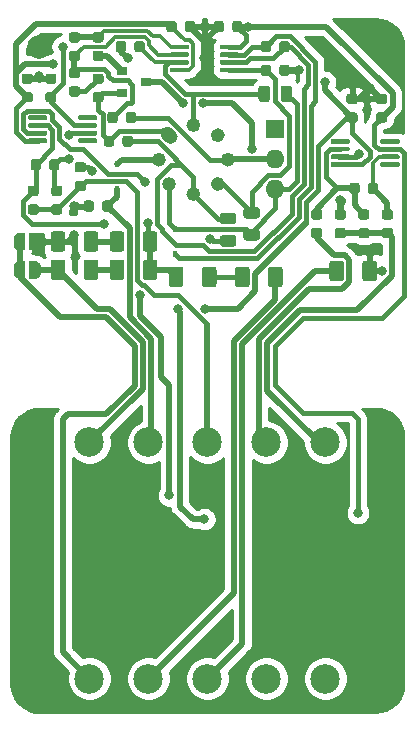
<source format=gbr>
%TF.GenerationSoftware,KiCad,Pcbnew,(5.1.6)-1*%
%TF.CreationDate,2021-03-23T10:57:52+01:00*%
%TF.ProjectId,mu-ltz,6d752d6c-747a-42e6-9b69-6361645f7063,rev?*%
%TF.SameCoordinates,Original*%
%TF.FileFunction,Copper,L1,Top*%
%TF.FilePolarity,Positive*%
%FSLAX46Y46*%
G04 Gerber Fmt 4.6, Leading zero omitted, Abs format (unit mm)*
G04 Created by KiCad (PCBNEW (5.1.6)-1) date 2021-03-23 10:57:52*
%MOMM*%
%LPD*%
G01*
G04 APERTURE LIST*
%TA.AperFunction,SMDPad,CuDef*%
%ADD10R,0.450000X0.600000*%
%TD*%
%TA.AperFunction,SMDPad,CuDef*%
%ADD11R,0.900000X0.800000*%
%TD*%
%TA.AperFunction,SMDPad,CuDef*%
%ADD12C,0.150000*%
%TD*%
%TA.AperFunction,ComponentPad*%
%ADD13R,1.600000X1.600000*%
%TD*%
%TA.AperFunction,ComponentPad*%
%ADD14O,1.600000X1.600000*%
%TD*%
%TA.AperFunction,ComponentPad*%
%ADD15C,2.499360*%
%TD*%
%TA.AperFunction,ViaPad*%
%ADD16C,2.000000*%
%TD*%
%TA.AperFunction,ViaPad*%
%ADD17C,0.800000*%
%TD*%
%TA.AperFunction,Conductor*%
%ADD18C,0.500000*%
%TD*%
%TA.AperFunction,Conductor*%
%ADD19C,0.400000*%
%TD*%
%TA.AperFunction,Conductor*%
%ADD20C,0.300000*%
%TD*%
%TA.AperFunction,Conductor*%
%ADD21C,0.254000*%
%TD*%
G04 APERTURE END LIST*
D10*
%TO.P,D1,2*%
%TO.N,Net-(D1-Pad2)*%
X109600000Y-52950000D03*
%TO.P,D1,1*%
%TO.N,Net-(D1-Pad1)*%
X109600000Y-55050000D03*
%TD*%
%TO.P,U4,8*%
%TO.N,Net-(U4-Pad8)*%
%TA.AperFunction,SMDPad,CuDef*%
G36*
G01*
X131900000Y-51125000D02*
X131900000Y-50925000D01*
G75*
G02*
X132000000Y-50825000I100000J0D01*
G01*
X133425000Y-50825000D01*
G75*
G02*
X133525000Y-50925000I0J-100000D01*
G01*
X133525000Y-51125000D01*
G75*
G02*
X133425000Y-51225000I-100000J0D01*
G01*
X132000000Y-51225000D01*
G75*
G02*
X131900000Y-51125000I0J100000D01*
G01*
G37*
%TD.AperFunction*%
%TO.P,U4,7*%
%TO.N,/V+_filtered*%
%TA.AperFunction,SMDPad,CuDef*%
G36*
G01*
X131900000Y-51775000D02*
X131900000Y-51575000D01*
G75*
G02*
X132000000Y-51475000I100000J0D01*
G01*
X133425000Y-51475000D01*
G75*
G02*
X133525000Y-51575000I0J-100000D01*
G01*
X133525000Y-51775000D01*
G75*
G02*
X133425000Y-51875000I-100000J0D01*
G01*
X132000000Y-51875000D01*
G75*
G02*
X131900000Y-51775000I0J100000D01*
G01*
G37*
%TD.AperFunction*%
%TO.P,U4,6*%
%TO.N,Net-(C18-Pad2)*%
%TA.AperFunction,SMDPad,CuDef*%
G36*
G01*
X131900000Y-52425000D02*
X131900000Y-52225000D01*
G75*
G02*
X132000000Y-52125000I100000J0D01*
G01*
X133425000Y-52125000D01*
G75*
G02*
X133525000Y-52225000I0J-100000D01*
G01*
X133525000Y-52425000D01*
G75*
G02*
X133425000Y-52525000I-100000J0D01*
G01*
X132000000Y-52525000D01*
G75*
G02*
X131900000Y-52425000I0J100000D01*
G01*
G37*
%TD.AperFunction*%
%TO.P,U4,5*%
%TO.N,N/C*%
%TA.AperFunction,SMDPad,CuDef*%
G36*
G01*
X131900000Y-53075000D02*
X131900000Y-52875000D01*
G75*
G02*
X132000000Y-52775000I100000J0D01*
G01*
X133425000Y-52775000D01*
G75*
G02*
X133525000Y-52875000I0J-100000D01*
G01*
X133525000Y-53075000D01*
G75*
G02*
X133425000Y-53175000I-100000J0D01*
G01*
X132000000Y-53175000D01*
G75*
G02*
X131900000Y-53075000I0J100000D01*
G01*
G37*
%TD.AperFunction*%
%TO.P,U4,4*%
%TO.N,/V-_filtered*%
%TA.AperFunction,SMDPad,CuDef*%
G36*
G01*
X127675000Y-53075000D02*
X127675000Y-52875000D01*
G75*
G02*
X127775000Y-52775000I100000J0D01*
G01*
X129200000Y-52775000D01*
G75*
G02*
X129300000Y-52875000I0J-100000D01*
G01*
X129300000Y-53075000D01*
G75*
G02*
X129200000Y-53175000I-100000J0D01*
G01*
X127775000Y-53175000D01*
G75*
G02*
X127675000Y-53075000I0J100000D01*
G01*
G37*
%TD.AperFunction*%
%TO.P,U4,3*%
%TO.N,/GND*%
%TA.AperFunction,SMDPad,CuDef*%
G36*
G01*
X127675000Y-52425000D02*
X127675000Y-52225000D01*
G75*
G02*
X127775000Y-52125000I100000J0D01*
G01*
X129200000Y-52125000D01*
G75*
G02*
X129300000Y-52225000I0J-100000D01*
G01*
X129300000Y-52425000D01*
G75*
G02*
X129200000Y-52525000I-100000J0D01*
G01*
X127775000Y-52525000D01*
G75*
G02*
X127675000Y-52425000I0J100000D01*
G01*
G37*
%TD.AperFunction*%
%TO.P,U4,2*%
%TO.N,Net-(C18-Pad1)*%
%TA.AperFunction,SMDPad,CuDef*%
G36*
G01*
X127675000Y-51775000D02*
X127675000Y-51575000D01*
G75*
G02*
X127775000Y-51475000I100000J0D01*
G01*
X129200000Y-51475000D01*
G75*
G02*
X129300000Y-51575000I0J-100000D01*
G01*
X129300000Y-51775000D01*
G75*
G02*
X129200000Y-51875000I-100000J0D01*
G01*
X127775000Y-51875000D01*
G75*
G02*
X127675000Y-51775000I0J100000D01*
G01*
G37*
%TD.AperFunction*%
%TO.P,U4,1*%
%TO.N,Net-(U4-Pad1)*%
%TA.AperFunction,SMDPad,CuDef*%
G36*
G01*
X127675000Y-51125000D02*
X127675000Y-50925000D01*
G75*
G02*
X127775000Y-50825000I100000J0D01*
G01*
X129200000Y-50825000D01*
G75*
G02*
X129300000Y-50925000I0J-100000D01*
G01*
X129300000Y-51125000D01*
G75*
G02*
X129200000Y-51225000I-100000J0D01*
G01*
X127775000Y-51225000D01*
G75*
G02*
X127675000Y-51125000I0J100000D01*
G01*
G37*
%TD.AperFunction*%
%TD*%
%TO.P,U3,8*%
%TO.N,Net-(U3-Pad8)*%
%TA.AperFunction,SMDPad,CuDef*%
G36*
G01*
X106300000Y-49125000D02*
X106300000Y-48925000D01*
G75*
G02*
X106400000Y-48825000I100000J0D01*
G01*
X107825000Y-48825000D01*
G75*
G02*
X107925000Y-48925000I0J-100000D01*
G01*
X107925000Y-49125000D01*
G75*
G02*
X107825000Y-49225000I-100000J0D01*
G01*
X106400000Y-49225000D01*
G75*
G02*
X106300000Y-49125000I0J100000D01*
G01*
G37*
%TD.AperFunction*%
%TO.P,U3,7*%
%TO.N,/V+_filtered*%
%TA.AperFunction,SMDPad,CuDef*%
G36*
G01*
X106300000Y-49775000D02*
X106300000Y-49575000D01*
G75*
G02*
X106400000Y-49475000I100000J0D01*
G01*
X107825000Y-49475000D01*
G75*
G02*
X107925000Y-49575000I0J-100000D01*
G01*
X107925000Y-49775000D01*
G75*
G02*
X107825000Y-49875000I-100000J0D01*
G01*
X106400000Y-49875000D01*
G75*
G02*
X106300000Y-49775000I0J100000D01*
G01*
G37*
%TD.AperFunction*%
%TO.P,U3,6*%
%TO.N,Net-(C17-Pad2)*%
%TA.AperFunction,SMDPad,CuDef*%
G36*
G01*
X106300000Y-50425000D02*
X106300000Y-50225000D01*
G75*
G02*
X106400000Y-50125000I100000J0D01*
G01*
X107825000Y-50125000D01*
G75*
G02*
X107925000Y-50225000I0J-100000D01*
G01*
X107925000Y-50425000D01*
G75*
G02*
X107825000Y-50525000I-100000J0D01*
G01*
X106400000Y-50525000D01*
G75*
G02*
X106300000Y-50425000I0J100000D01*
G01*
G37*
%TD.AperFunction*%
%TO.P,U3,5*%
%TO.N,N/C*%
%TA.AperFunction,SMDPad,CuDef*%
G36*
G01*
X106300000Y-51075000D02*
X106300000Y-50875000D01*
G75*
G02*
X106400000Y-50775000I100000J0D01*
G01*
X107825000Y-50775000D01*
G75*
G02*
X107925000Y-50875000I0J-100000D01*
G01*
X107925000Y-51075000D01*
G75*
G02*
X107825000Y-51175000I-100000J0D01*
G01*
X106400000Y-51175000D01*
G75*
G02*
X106300000Y-51075000I0J100000D01*
G01*
G37*
%TD.AperFunction*%
%TO.P,U3,4*%
%TO.N,/V-_filtered*%
%TA.AperFunction,SMDPad,CuDef*%
G36*
G01*
X102075000Y-51075000D02*
X102075000Y-50875000D01*
G75*
G02*
X102175000Y-50775000I100000J0D01*
G01*
X103600000Y-50775000D01*
G75*
G02*
X103700000Y-50875000I0J-100000D01*
G01*
X103700000Y-51075000D01*
G75*
G02*
X103600000Y-51175000I-100000J0D01*
G01*
X102175000Y-51175000D01*
G75*
G02*
X102075000Y-51075000I0J100000D01*
G01*
G37*
%TD.AperFunction*%
%TO.P,U3,3*%
%TO.N,Net-(D2-Pad1)*%
%TA.AperFunction,SMDPad,CuDef*%
G36*
G01*
X102075000Y-50425000D02*
X102075000Y-50225000D01*
G75*
G02*
X102175000Y-50125000I100000J0D01*
G01*
X103600000Y-50125000D01*
G75*
G02*
X103700000Y-50225000I0J-100000D01*
G01*
X103700000Y-50425000D01*
G75*
G02*
X103600000Y-50525000I-100000J0D01*
G01*
X102175000Y-50525000D01*
G75*
G02*
X102075000Y-50425000I0J100000D01*
G01*
G37*
%TD.AperFunction*%
%TO.P,U3,2*%
%TO.N,Net-(C17-Pad1)*%
%TA.AperFunction,SMDPad,CuDef*%
G36*
G01*
X102075000Y-49775000D02*
X102075000Y-49575000D01*
G75*
G02*
X102175000Y-49475000I100000J0D01*
G01*
X103600000Y-49475000D01*
G75*
G02*
X103700000Y-49575000I0J-100000D01*
G01*
X103700000Y-49775000D01*
G75*
G02*
X103600000Y-49875000I-100000J0D01*
G01*
X102175000Y-49875000D01*
G75*
G02*
X102075000Y-49775000I0J100000D01*
G01*
G37*
%TD.AperFunction*%
%TO.P,U3,1*%
%TO.N,Net-(U3-Pad1)*%
%TA.AperFunction,SMDPad,CuDef*%
G36*
G01*
X102075000Y-49125000D02*
X102075000Y-48925000D01*
G75*
G02*
X102175000Y-48825000I100000J0D01*
G01*
X103600000Y-48825000D01*
G75*
G02*
X103700000Y-48925000I0J-100000D01*
G01*
X103700000Y-49125000D01*
G75*
G02*
X103600000Y-49225000I-100000J0D01*
G01*
X102175000Y-49225000D01*
G75*
G02*
X102075000Y-49125000I0J100000D01*
G01*
G37*
%TD.AperFunction*%
%TD*%
%TO.P,U2,8*%
%TO.N,/V+_filtered*%
%TA.AperFunction,SMDPad,CuDef*%
G36*
G01*
X118300000Y-43125000D02*
X118300000Y-42925000D01*
G75*
G02*
X118400000Y-42825000I100000J0D01*
G01*
X119825000Y-42825000D01*
G75*
G02*
X119925000Y-42925000I0J-100000D01*
G01*
X119925000Y-43125000D01*
G75*
G02*
X119825000Y-43225000I-100000J0D01*
G01*
X118400000Y-43225000D01*
G75*
G02*
X118300000Y-43125000I0J100000D01*
G01*
G37*
%TD.AperFunction*%
%TO.P,U2,7*%
%TO.N,Net-(C5-Pad2)*%
%TA.AperFunction,SMDPad,CuDef*%
G36*
G01*
X118300000Y-43775000D02*
X118300000Y-43575000D01*
G75*
G02*
X118400000Y-43475000I100000J0D01*
G01*
X119825000Y-43475000D01*
G75*
G02*
X119925000Y-43575000I0J-100000D01*
G01*
X119925000Y-43775000D01*
G75*
G02*
X119825000Y-43875000I-100000J0D01*
G01*
X118400000Y-43875000D01*
G75*
G02*
X118300000Y-43775000I0J100000D01*
G01*
G37*
%TD.AperFunction*%
%TO.P,U2,6*%
%TO.N,Net-(C5-Pad1)*%
%TA.AperFunction,SMDPad,CuDef*%
G36*
G01*
X118300000Y-44425000D02*
X118300000Y-44225000D01*
G75*
G02*
X118400000Y-44125000I100000J0D01*
G01*
X119825000Y-44125000D01*
G75*
G02*
X119925000Y-44225000I0J-100000D01*
G01*
X119925000Y-44425000D01*
G75*
G02*
X119825000Y-44525000I-100000J0D01*
G01*
X118400000Y-44525000D01*
G75*
G02*
X118300000Y-44425000I0J100000D01*
G01*
G37*
%TD.AperFunction*%
%TO.P,U2,5*%
%TO.N,Net-(C3-Pad2)*%
%TA.AperFunction,SMDPad,CuDef*%
G36*
G01*
X118300000Y-45075000D02*
X118300000Y-44875000D01*
G75*
G02*
X118400000Y-44775000I100000J0D01*
G01*
X119825000Y-44775000D01*
G75*
G02*
X119925000Y-44875000I0J-100000D01*
G01*
X119925000Y-45075000D01*
G75*
G02*
X119825000Y-45175000I-100000J0D01*
G01*
X118400000Y-45175000D01*
G75*
G02*
X118300000Y-45075000I0J100000D01*
G01*
G37*
%TD.AperFunction*%
%TO.P,U2,4*%
%TO.N,/V-_filtered*%
%TA.AperFunction,SMDPad,CuDef*%
G36*
G01*
X114075000Y-45075000D02*
X114075000Y-44875000D01*
G75*
G02*
X114175000Y-44775000I100000J0D01*
G01*
X115600000Y-44775000D01*
G75*
G02*
X115700000Y-44875000I0J-100000D01*
G01*
X115700000Y-45075000D01*
G75*
G02*
X115600000Y-45175000I-100000J0D01*
G01*
X114175000Y-45175000D01*
G75*
G02*
X114075000Y-45075000I0J100000D01*
G01*
G37*
%TD.AperFunction*%
%TO.P,U2,3*%
%TO.N,Net-(C1-Pad2)*%
%TA.AperFunction,SMDPad,CuDef*%
G36*
G01*
X114075000Y-44425000D02*
X114075000Y-44225000D01*
G75*
G02*
X114175000Y-44125000I100000J0D01*
G01*
X115600000Y-44125000D01*
G75*
G02*
X115700000Y-44225000I0J-100000D01*
G01*
X115700000Y-44425000D01*
G75*
G02*
X115600000Y-44525000I-100000J0D01*
G01*
X114175000Y-44525000D01*
G75*
G02*
X114075000Y-44425000I0J100000D01*
G01*
G37*
%TD.AperFunction*%
%TO.P,U2,2*%
%TO.N,Net-(C4-Pad1)*%
%TA.AperFunction,SMDPad,CuDef*%
G36*
G01*
X114075000Y-43775000D02*
X114075000Y-43575000D01*
G75*
G02*
X114175000Y-43475000I100000J0D01*
G01*
X115600000Y-43475000D01*
G75*
G02*
X115700000Y-43575000I0J-100000D01*
G01*
X115700000Y-43775000D01*
G75*
G02*
X115600000Y-43875000I-100000J0D01*
G01*
X114175000Y-43875000D01*
G75*
G02*
X114075000Y-43775000I0J100000D01*
G01*
G37*
%TD.AperFunction*%
%TO.P,U2,1*%
%TO.N,Net-(C4-Pad2)*%
%TA.AperFunction,SMDPad,CuDef*%
G36*
G01*
X114075000Y-43125000D02*
X114075000Y-42925000D01*
G75*
G02*
X114175000Y-42825000I100000J0D01*
G01*
X115600000Y-42825000D01*
G75*
G02*
X115700000Y-42925000I0J-100000D01*
G01*
X115700000Y-43125000D01*
G75*
G02*
X115600000Y-43225000I-100000J0D01*
G01*
X114175000Y-43225000D01*
G75*
G02*
X114075000Y-43125000I0J100000D01*
G01*
G37*
%TD.AperFunction*%
%TD*%
%TO.P,R22,2*%
%TO.N,Net-(C17-Pad1)*%
%TA.AperFunction,SMDPad,CuDef*%
G36*
G01*
X111775000Y-60125000D02*
X111775000Y-58875000D01*
G75*
G02*
X112025000Y-58625000I250000J0D01*
G01*
X112775000Y-58625000D01*
G75*
G02*
X113025000Y-58875000I0J-250000D01*
G01*
X113025000Y-60125000D01*
G75*
G02*
X112775000Y-60375000I-250000J0D01*
G01*
X112025000Y-60375000D01*
G75*
G02*
X111775000Y-60125000I0J250000D01*
G01*
G37*
%TD.AperFunction*%
%TO.P,R22,1*%
%TO.N,Net-(R18-Pad2)*%
%TA.AperFunction,SMDPad,CuDef*%
G36*
G01*
X108975000Y-60125000D02*
X108975000Y-58875000D01*
G75*
G02*
X109225000Y-58625000I250000J0D01*
G01*
X109975000Y-58625000D01*
G75*
G02*
X110225000Y-58875000I0J-250000D01*
G01*
X110225000Y-60125000D01*
G75*
G02*
X109975000Y-60375000I-250000J0D01*
G01*
X109225000Y-60375000D01*
G75*
G02*
X108975000Y-60125000I0J250000D01*
G01*
G37*
%TD.AperFunction*%
%TD*%
%TO.P,R21,2*%
%TO.N,Net-(C17-Pad1)*%
%TA.AperFunction,SMDPad,CuDef*%
G36*
G01*
X115225000Y-61875000D02*
X115225000Y-63125000D01*
G75*
G02*
X114975000Y-63375000I-250000J0D01*
G01*
X114225000Y-63375000D01*
G75*
G02*
X113975000Y-63125000I0J250000D01*
G01*
X113975000Y-61875000D01*
G75*
G02*
X114225000Y-61625000I250000J0D01*
G01*
X114975000Y-61625000D01*
G75*
G02*
X115225000Y-61875000I0J-250000D01*
G01*
G37*
%TD.AperFunction*%
%TO.P,R21,1*%
%TO.N,Net-(R15-Pad2)*%
%TA.AperFunction,SMDPad,CuDef*%
G36*
G01*
X118025000Y-61875000D02*
X118025000Y-63125000D01*
G75*
G02*
X117775000Y-63375000I-250000J0D01*
G01*
X117025000Y-63375000D01*
G75*
G02*
X116775000Y-63125000I0J250000D01*
G01*
X116775000Y-61875000D01*
G75*
G02*
X117025000Y-61625000I250000J0D01*
G01*
X117775000Y-61625000D01*
G75*
G02*
X118025000Y-61875000I0J-250000D01*
G01*
G37*
%TD.AperFunction*%
%TD*%
%TO.P,R20,2*%
%TO.N,Net-(R14-Pad1)*%
%TA.AperFunction,SMDPad,CuDef*%
G36*
G01*
X106775000Y-62525000D02*
X106775000Y-61275000D01*
G75*
G02*
X107025000Y-61025000I250000J0D01*
G01*
X107775000Y-61025000D01*
G75*
G02*
X108025000Y-61275000I0J-250000D01*
G01*
X108025000Y-62525000D01*
G75*
G02*
X107775000Y-62775000I-250000J0D01*
G01*
X107025000Y-62775000D01*
G75*
G02*
X106775000Y-62525000I0J250000D01*
G01*
G37*
%TD.AperFunction*%
%TO.P,R20,1*%
%TO.N,Net-(J1-Pad1)*%
%TA.AperFunction,SMDPad,CuDef*%
G36*
G01*
X103975000Y-62525000D02*
X103975000Y-61275000D01*
G75*
G02*
X104225000Y-61025000I250000J0D01*
G01*
X104975000Y-61025000D01*
G75*
G02*
X105225000Y-61275000I0J-250000D01*
G01*
X105225000Y-62525000D01*
G75*
G02*
X104975000Y-62775000I-250000J0D01*
G01*
X104225000Y-62775000D01*
G75*
G02*
X103975000Y-62525000I0J250000D01*
G01*
G37*
%TD.AperFunction*%
%TD*%
%TO.P,R19,2*%
%TO.N,Net-(C18-Pad2)*%
%TA.AperFunction,SMDPad,CuDef*%
G36*
G01*
X132756250Y-57650000D02*
X132243750Y-57650000D01*
G75*
G02*
X132025000Y-57431250I0J218750D01*
G01*
X132025000Y-56993750D01*
G75*
G02*
X132243750Y-56775000I218750J0D01*
G01*
X132756250Y-56775000D01*
G75*
G02*
X132975000Y-56993750I0J-218750D01*
G01*
X132975000Y-57431250D01*
G75*
G02*
X132756250Y-57650000I-218750J0D01*
G01*
G37*
%TD.AperFunction*%
%TO.P,R19,1*%
%TO.N,Net-(C19-Pad1)*%
%TA.AperFunction,SMDPad,CuDef*%
G36*
G01*
X132756250Y-59225000D02*
X132243750Y-59225000D01*
G75*
G02*
X132025000Y-59006250I0J218750D01*
G01*
X132025000Y-58568750D01*
G75*
G02*
X132243750Y-58350000I218750J0D01*
G01*
X132756250Y-58350000D01*
G75*
G02*
X132975000Y-58568750I0J-218750D01*
G01*
X132975000Y-59006250D01*
G75*
G02*
X132756250Y-59225000I-218750J0D01*
G01*
G37*
%TD.AperFunction*%
%TD*%
%TO.P,R18,2*%
%TO.N,Net-(R18-Pad2)*%
%TA.AperFunction,SMDPad,CuDef*%
G36*
G01*
X106775000Y-60125000D02*
X106775000Y-58875000D01*
G75*
G02*
X107025000Y-58625000I250000J0D01*
G01*
X107775000Y-58625000D01*
G75*
G02*
X108025000Y-58875000I0J-250000D01*
G01*
X108025000Y-60125000D01*
G75*
G02*
X107775000Y-60375000I-250000J0D01*
G01*
X107025000Y-60375000D01*
G75*
G02*
X106775000Y-60125000I0J250000D01*
G01*
G37*
%TD.AperFunction*%
%TO.P,R18,1*%
%TO.N,/GND*%
%TA.AperFunction,SMDPad,CuDef*%
G36*
G01*
X103975000Y-60125000D02*
X103975000Y-58875000D01*
G75*
G02*
X104225000Y-58625000I250000J0D01*
G01*
X104975000Y-58625000D01*
G75*
G02*
X105225000Y-58875000I0J-250000D01*
G01*
X105225000Y-60125000D01*
G75*
G02*
X104975000Y-60375000I-250000J0D01*
G01*
X104225000Y-60375000D01*
G75*
G02*
X103975000Y-60125000I0J250000D01*
G01*
G37*
%TD.AperFunction*%
%TD*%
%TO.P,R17,2*%
%TO.N,Net-(C18-Pad1)*%
%TA.AperFunction,SMDPad,CuDef*%
G36*
G01*
X130756250Y-57650000D02*
X130243750Y-57650000D01*
G75*
G02*
X130025000Y-57431250I0J218750D01*
G01*
X130025000Y-56993750D01*
G75*
G02*
X130243750Y-56775000I218750J0D01*
G01*
X130756250Y-56775000D01*
G75*
G02*
X130975000Y-56993750I0J-218750D01*
G01*
X130975000Y-57431250D01*
G75*
G02*
X130756250Y-57650000I-218750J0D01*
G01*
G37*
%TD.AperFunction*%
%TO.P,R17,1*%
%TO.N,Net-(C19-Pad1)*%
%TA.AperFunction,SMDPad,CuDef*%
G36*
G01*
X130756250Y-59225000D02*
X130243750Y-59225000D01*
G75*
G02*
X130025000Y-59006250I0J218750D01*
G01*
X130025000Y-58568750D01*
G75*
G02*
X130243750Y-58350000I218750J0D01*
G01*
X130756250Y-58350000D01*
G75*
G02*
X130975000Y-58568750I0J-218750D01*
G01*
X130975000Y-59006250D01*
G75*
G02*
X130756250Y-59225000I-218750J0D01*
G01*
G37*
%TD.AperFunction*%
%TD*%
%TO.P,R16,2*%
%TO.N,Net-(C18-Pad1)*%
%TA.AperFunction,SMDPad,CuDef*%
G36*
G01*
X126756250Y-57650000D02*
X126243750Y-57650000D01*
G75*
G02*
X126025000Y-57431250I0J218750D01*
G01*
X126025000Y-56993750D01*
G75*
G02*
X126243750Y-56775000I218750J0D01*
G01*
X126756250Y-56775000D01*
G75*
G02*
X126975000Y-56993750I0J-218750D01*
G01*
X126975000Y-57431250D01*
G75*
G02*
X126756250Y-57650000I-218750J0D01*
G01*
G37*
%TD.AperFunction*%
%TO.P,R16,1*%
%TO.N,Net-(J4-Pad1)*%
%TA.AperFunction,SMDPad,CuDef*%
G36*
G01*
X126756250Y-59225000D02*
X126243750Y-59225000D01*
G75*
G02*
X126025000Y-59006250I0J218750D01*
G01*
X126025000Y-58568750D01*
G75*
G02*
X126243750Y-58350000I218750J0D01*
G01*
X126756250Y-58350000D01*
G75*
G02*
X126975000Y-58568750I0J-218750D01*
G01*
X126975000Y-59006250D01*
G75*
G02*
X126756250Y-59225000I-218750J0D01*
G01*
G37*
%TD.AperFunction*%
%TD*%
%TO.P,R15,2*%
%TO.N,Net-(R15-Pad2)*%
%TA.AperFunction,SMDPad,CuDef*%
G36*
G01*
X120825000Y-61875000D02*
X120825000Y-63125000D01*
G75*
G02*
X120575000Y-63375000I-250000J0D01*
G01*
X119825000Y-63375000D01*
G75*
G02*
X119575000Y-63125000I0J250000D01*
G01*
X119575000Y-61875000D01*
G75*
G02*
X119825000Y-61625000I250000J0D01*
G01*
X120575000Y-61625000D01*
G75*
G02*
X120825000Y-61875000I0J-250000D01*
G01*
G37*
%TD.AperFunction*%
%TO.P,R15,1*%
%TO.N,Net-(J9-Pad1)*%
%TA.AperFunction,SMDPad,CuDef*%
G36*
G01*
X123625000Y-61875000D02*
X123625000Y-63125000D01*
G75*
G02*
X123375000Y-63375000I-250000J0D01*
G01*
X122625000Y-63375000D01*
G75*
G02*
X122375000Y-63125000I0J250000D01*
G01*
X122375000Y-61875000D01*
G75*
G02*
X122625000Y-61625000I250000J0D01*
G01*
X123375000Y-61625000D01*
G75*
G02*
X123625000Y-61875000I0J-250000D01*
G01*
G37*
%TD.AperFunction*%
%TD*%
%TO.P,R14,2*%
%TO.N,Net-(C17-Pad1)*%
%TA.AperFunction,SMDPad,CuDef*%
G36*
G01*
X111775000Y-62525000D02*
X111775000Y-61275000D01*
G75*
G02*
X112025000Y-61025000I250000J0D01*
G01*
X112775000Y-61025000D01*
G75*
G02*
X113025000Y-61275000I0J-250000D01*
G01*
X113025000Y-62525000D01*
G75*
G02*
X112775000Y-62775000I-250000J0D01*
G01*
X112025000Y-62775000D01*
G75*
G02*
X111775000Y-62525000I0J250000D01*
G01*
G37*
%TD.AperFunction*%
%TO.P,R14,1*%
%TO.N,Net-(R14-Pad1)*%
%TA.AperFunction,SMDPad,CuDef*%
G36*
G01*
X108975000Y-62525000D02*
X108975000Y-61275000D01*
G75*
G02*
X109225000Y-61025000I250000J0D01*
G01*
X109975000Y-61025000D01*
G75*
G02*
X110225000Y-61275000I0J-250000D01*
G01*
X110225000Y-62525000D01*
G75*
G02*
X109975000Y-62775000I-250000J0D01*
G01*
X109225000Y-62775000D01*
G75*
G02*
X108975000Y-62525000I0J250000D01*
G01*
G37*
%TD.AperFunction*%
%TD*%
%TO.P,R13,2*%
%TO.N,Net-(C17-Pad1)*%
%TA.AperFunction,SMDPad,CuDef*%
G36*
G01*
X102756250Y-55650000D02*
X102243750Y-55650000D01*
G75*
G02*
X102025000Y-55431250I0J218750D01*
G01*
X102025000Y-54993750D01*
G75*
G02*
X102243750Y-54775000I218750J0D01*
G01*
X102756250Y-54775000D01*
G75*
G02*
X102975000Y-54993750I0J-218750D01*
G01*
X102975000Y-55431250D01*
G75*
G02*
X102756250Y-55650000I-218750J0D01*
G01*
G37*
%TD.AperFunction*%
%TO.P,R13,1*%
%TO.N,Net-(C16-Pad1)*%
%TA.AperFunction,SMDPad,CuDef*%
G36*
G01*
X102756250Y-57225000D02*
X102243750Y-57225000D01*
G75*
G02*
X102025000Y-57006250I0J218750D01*
G01*
X102025000Y-56568750D01*
G75*
G02*
X102243750Y-56350000I218750J0D01*
G01*
X102756250Y-56350000D01*
G75*
G02*
X102975000Y-56568750I0J-218750D01*
G01*
X102975000Y-57006250D01*
G75*
G02*
X102756250Y-57225000I-218750J0D01*
G01*
G37*
%TD.AperFunction*%
%TD*%
%TO.P,R12,2*%
%TO.N,Net-(C17-Pad2)*%
%TA.AperFunction,SMDPad,CuDef*%
G36*
G01*
X104756250Y-55650000D02*
X104243750Y-55650000D01*
G75*
G02*
X104025000Y-55431250I0J218750D01*
G01*
X104025000Y-54993750D01*
G75*
G02*
X104243750Y-54775000I218750J0D01*
G01*
X104756250Y-54775000D01*
G75*
G02*
X104975000Y-54993750I0J-218750D01*
G01*
X104975000Y-55431250D01*
G75*
G02*
X104756250Y-55650000I-218750J0D01*
G01*
G37*
%TD.AperFunction*%
%TO.P,R12,1*%
%TO.N,Net-(C16-Pad1)*%
%TA.AperFunction,SMDPad,CuDef*%
G36*
G01*
X104756250Y-57225000D02*
X104243750Y-57225000D01*
G75*
G02*
X104025000Y-57006250I0J218750D01*
G01*
X104025000Y-56568750D01*
G75*
G02*
X104243750Y-56350000I218750J0D01*
G01*
X104756250Y-56350000D01*
G75*
G02*
X104975000Y-56568750I0J-218750D01*
G01*
X104975000Y-57006250D01*
G75*
G02*
X104756250Y-57225000I-218750J0D01*
G01*
G37*
%TD.AperFunction*%
%TD*%
%TO.P,R7,2*%
%TO.N,Net-(C4-Pad1)*%
%TA.AperFunction,SMDPad,CuDef*%
G36*
G01*
X109650000Y-48743750D02*
X109650000Y-49256250D01*
G75*
G02*
X109431250Y-49475000I-218750J0D01*
G01*
X108993750Y-49475000D01*
G75*
G02*
X108775000Y-49256250I0J218750D01*
G01*
X108775000Y-48743750D01*
G75*
G02*
X108993750Y-48525000I218750J0D01*
G01*
X109431250Y-48525000D01*
G75*
G02*
X109650000Y-48743750I0J-218750D01*
G01*
G37*
%TD.AperFunction*%
%TO.P,R7,1*%
%TO.N,Net-(R7-Pad1)*%
%TA.AperFunction,SMDPad,CuDef*%
G36*
G01*
X111225000Y-48743750D02*
X111225000Y-49256250D01*
G75*
G02*
X111006250Y-49475000I-218750J0D01*
G01*
X110568750Y-49475000D01*
G75*
G02*
X110350000Y-49256250I0J218750D01*
G01*
X110350000Y-48743750D01*
G75*
G02*
X110568750Y-48525000I218750J0D01*
G01*
X111006250Y-48525000D01*
G75*
G02*
X111225000Y-48743750I0J-218750D01*
G01*
G37*
%TD.AperFunction*%
%TD*%
%TO.P,R6,2*%
%TO.N,Net-(C5-Pad1)*%
%TA.AperFunction,SMDPad,CuDef*%
G36*
G01*
X110062500Y-51256250D02*
X110062500Y-50743750D01*
G75*
G02*
X110281250Y-50525000I218750J0D01*
G01*
X110718750Y-50525000D01*
G75*
G02*
X110937500Y-50743750I0J-218750D01*
G01*
X110937500Y-51256250D01*
G75*
G02*
X110718750Y-51475000I-218750J0D01*
G01*
X110281250Y-51475000D01*
G75*
G02*
X110062500Y-51256250I0J218750D01*
G01*
G37*
%TD.AperFunction*%
%TO.P,R6,1*%
%TO.N,Net-(C2-Pad2)*%
%TA.AperFunction,SMDPad,CuDef*%
G36*
G01*
X108487500Y-51256250D02*
X108487500Y-50743750D01*
G75*
G02*
X108706250Y-50525000I218750J0D01*
G01*
X109143750Y-50525000D01*
G75*
G02*
X109362500Y-50743750I0J-218750D01*
G01*
X109362500Y-51256250D01*
G75*
G02*
X109143750Y-51475000I-218750J0D01*
G01*
X108706250Y-51475000D01*
G75*
G02*
X108487500Y-51256250I0J218750D01*
G01*
G37*
%TD.AperFunction*%
%TD*%
%TO.P,R5,2*%
%TO.N,Net-(C4-Pad1)*%
%TA.AperFunction,SMDPad,CuDef*%
G36*
G01*
X106256250Y-45650000D02*
X105743750Y-45650000D01*
G75*
G02*
X105525000Y-45431250I0J218750D01*
G01*
X105525000Y-44993750D01*
G75*
G02*
X105743750Y-44775000I218750J0D01*
G01*
X106256250Y-44775000D01*
G75*
G02*
X106475000Y-44993750I0J-218750D01*
G01*
X106475000Y-45431250D01*
G75*
G02*
X106256250Y-45650000I-218750J0D01*
G01*
G37*
%TD.AperFunction*%
%TO.P,R5,1*%
%TO.N,Net-(C2-Pad1)*%
%TA.AperFunction,SMDPad,CuDef*%
G36*
G01*
X106256250Y-47225000D02*
X105743750Y-47225000D01*
G75*
G02*
X105525000Y-47006250I0J218750D01*
G01*
X105525000Y-46568750D01*
G75*
G02*
X105743750Y-46350000I218750J0D01*
G01*
X106256250Y-46350000D01*
G75*
G02*
X106475000Y-46568750I0J-218750D01*
G01*
X106475000Y-47006250D01*
G75*
G02*
X106256250Y-47225000I-218750J0D01*
G01*
G37*
%TD.AperFunction*%
%TD*%
%TO.P,R4,2*%
%TO.N,Net-(C5-Pad1)*%
%TA.AperFunction,SMDPad,CuDef*%
G36*
G01*
X119456250Y-58050000D02*
X118543750Y-58050000D01*
G75*
G02*
X118300000Y-57806250I0J243750D01*
G01*
X118300000Y-57318750D01*
G75*
G02*
X118543750Y-57075000I243750J0D01*
G01*
X119456250Y-57075000D01*
G75*
G02*
X119700000Y-57318750I0J-243750D01*
G01*
X119700000Y-57806250D01*
G75*
G02*
X119456250Y-58050000I-243750J0D01*
G01*
G37*
%TD.AperFunction*%
%TO.P,R4,1*%
%TO.N,/GND*%
%TA.AperFunction,SMDPad,CuDef*%
G36*
G01*
X119456250Y-59925000D02*
X118543750Y-59925000D01*
G75*
G02*
X118300000Y-59681250I0J243750D01*
G01*
X118300000Y-59193750D01*
G75*
G02*
X118543750Y-58950000I243750J0D01*
G01*
X119456250Y-58950000D01*
G75*
G02*
X119700000Y-59193750I0J-243750D01*
G01*
X119700000Y-59681250D01*
G75*
G02*
X119456250Y-59925000I-243750J0D01*
G01*
G37*
%TD.AperFunction*%
%TD*%
%TO.P,R3,2*%
%TO.N,Net-(Q1-Pad1)*%
%TA.AperFunction,SMDPad,CuDef*%
G36*
G01*
X107743750Y-43350000D02*
X108256250Y-43350000D01*
G75*
G02*
X108475000Y-43568750I0J-218750D01*
G01*
X108475000Y-44006250D01*
G75*
G02*
X108256250Y-44225000I-218750J0D01*
G01*
X107743750Y-44225000D01*
G75*
G02*
X107525000Y-44006250I0J218750D01*
G01*
X107525000Y-43568750D01*
G75*
G02*
X107743750Y-43350000I218750J0D01*
G01*
G37*
%TD.AperFunction*%
%TO.P,R3,1*%
%TO.N,Net-(C4-Pad2)*%
%TA.AperFunction,SMDPad,CuDef*%
G36*
G01*
X107743750Y-41775000D02*
X108256250Y-41775000D01*
G75*
G02*
X108475000Y-41993750I0J-218750D01*
G01*
X108475000Y-42431250D01*
G75*
G02*
X108256250Y-42650000I-218750J0D01*
G01*
X107743750Y-42650000D01*
G75*
G02*
X107525000Y-42431250I0J218750D01*
G01*
X107525000Y-41993750D01*
G75*
G02*
X107743750Y-41775000I218750J0D01*
G01*
G37*
%TD.AperFunction*%
%TD*%
D11*
%TO.P,Q1,3*%
%TO.N,/VCC*%
X112050000Y-46000000D03*
%TO.P,Q1,2*%
%TO.N,Net-(C2-Pad2)*%
X110050000Y-46950000D03*
%TO.P,Q1,1*%
%TO.N,Net-(Q1-Pad1)*%
X110050000Y-45050000D03*
%TD*%
%TA.AperFunction,SMDPad,CuDef*%
D12*
%TO.P,JP2,2*%
%TO.N,Net-(J10-Pad1)*%
G36*
X101350000Y-60249398D02*
G01*
X101325466Y-60249398D01*
X101276635Y-60244588D01*
X101228510Y-60235016D01*
X101181555Y-60220772D01*
X101136222Y-60201995D01*
X101092949Y-60178864D01*
X101052150Y-60151604D01*
X101014221Y-60120476D01*
X100979524Y-60085779D01*
X100948396Y-60047850D01*
X100921136Y-60007051D01*
X100898005Y-59963778D01*
X100879228Y-59918445D01*
X100864984Y-59871490D01*
X100855412Y-59823365D01*
X100850602Y-59774534D01*
X100850602Y-59750000D01*
X100850000Y-59750000D01*
X100850000Y-59250000D01*
X100850602Y-59250000D01*
X100850602Y-59225466D01*
X100855412Y-59176635D01*
X100864984Y-59128510D01*
X100879228Y-59081555D01*
X100898005Y-59036222D01*
X100921136Y-58992949D01*
X100948396Y-58952150D01*
X100979524Y-58914221D01*
X101014221Y-58879524D01*
X101052150Y-58848396D01*
X101092949Y-58821136D01*
X101136222Y-58798005D01*
X101181555Y-58779228D01*
X101228510Y-58764984D01*
X101276635Y-58755412D01*
X101325466Y-58750602D01*
X101350000Y-58750602D01*
X101350000Y-58750000D01*
X101850000Y-58750000D01*
X101850000Y-60250000D01*
X101350000Y-60250000D01*
X101350000Y-60249398D01*
G37*
%TD.AperFunction*%
%TA.AperFunction,SMDPad,CuDef*%
%TO.P,JP2,1*%
%TO.N,/GND*%
G36*
X102150000Y-58750000D02*
G01*
X102650000Y-58750000D01*
X102650000Y-58750602D01*
X102674534Y-58750602D01*
X102723365Y-58755412D01*
X102771490Y-58764984D01*
X102818445Y-58779228D01*
X102863778Y-58798005D01*
X102907051Y-58821136D01*
X102947850Y-58848396D01*
X102985779Y-58879524D01*
X103020476Y-58914221D01*
X103051604Y-58952150D01*
X103078864Y-58992949D01*
X103101995Y-59036222D01*
X103120772Y-59081555D01*
X103135016Y-59128510D01*
X103144588Y-59176635D01*
X103149398Y-59225466D01*
X103149398Y-59250000D01*
X103150000Y-59250000D01*
X103150000Y-59750000D01*
X103149398Y-59750000D01*
X103149398Y-59774534D01*
X103144588Y-59823365D01*
X103135016Y-59871490D01*
X103120772Y-59918445D01*
X103101995Y-59963778D01*
X103078864Y-60007051D01*
X103051604Y-60047850D01*
X103020476Y-60085779D01*
X102985779Y-60120476D01*
X102947850Y-60151604D01*
X102907051Y-60178864D01*
X102863778Y-60201995D01*
X102818445Y-60220772D01*
X102771490Y-60235016D01*
X102723365Y-60244588D01*
X102674534Y-60249398D01*
X102650000Y-60249398D01*
X102650000Y-60250000D01*
X102150000Y-60250000D01*
X102150000Y-58750000D01*
G37*
%TD.AperFunction*%
%TD*%
%TA.AperFunction,SMDPad,CuDef*%
%TO.P,JP1,2*%
%TO.N,Net-(J1-Pad1)*%
G36*
X102650000Y-61150602D02*
G01*
X102674534Y-61150602D01*
X102723365Y-61155412D01*
X102771490Y-61164984D01*
X102818445Y-61179228D01*
X102863778Y-61198005D01*
X102907051Y-61221136D01*
X102947850Y-61248396D01*
X102985779Y-61279524D01*
X103020476Y-61314221D01*
X103051604Y-61352150D01*
X103078864Y-61392949D01*
X103101995Y-61436222D01*
X103120772Y-61481555D01*
X103135016Y-61528510D01*
X103144588Y-61576635D01*
X103149398Y-61625466D01*
X103149398Y-61650000D01*
X103150000Y-61650000D01*
X103150000Y-62150000D01*
X103149398Y-62150000D01*
X103149398Y-62174534D01*
X103144588Y-62223365D01*
X103135016Y-62271490D01*
X103120772Y-62318445D01*
X103101995Y-62363778D01*
X103078864Y-62407051D01*
X103051604Y-62447850D01*
X103020476Y-62485779D01*
X102985779Y-62520476D01*
X102947850Y-62551604D01*
X102907051Y-62578864D01*
X102863778Y-62601995D01*
X102818445Y-62620772D01*
X102771490Y-62635016D01*
X102723365Y-62644588D01*
X102674534Y-62649398D01*
X102650000Y-62649398D01*
X102650000Y-62650000D01*
X102150000Y-62650000D01*
X102150000Y-61150000D01*
X102650000Y-61150000D01*
X102650000Y-61150602D01*
G37*
%TD.AperFunction*%
%TA.AperFunction,SMDPad,CuDef*%
%TO.P,JP1,1*%
%TO.N,Net-(J10-Pad1)*%
G36*
X101850000Y-62650000D02*
G01*
X101350000Y-62650000D01*
X101350000Y-62649398D01*
X101325466Y-62649398D01*
X101276635Y-62644588D01*
X101228510Y-62635016D01*
X101181555Y-62620772D01*
X101136222Y-62601995D01*
X101092949Y-62578864D01*
X101052150Y-62551604D01*
X101014221Y-62520476D01*
X100979524Y-62485779D01*
X100948396Y-62447850D01*
X100921136Y-62407051D01*
X100898005Y-62363778D01*
X100879228Y-62318445D01*
X100864984Y-62271490D01*
X100855412Y-62223365D01*
X100850602Y-62174534D01*
X100850602Y-62150000D01*
X100850000Y-62150000D01*
X100850000Y-61650000D01*
X100850602Y-61650000D01*
X100850602Y-61625466D01*
X100855412Y-61576635D01*
X100864984Y-61528510D01*
X100879228Y-61481555D01*
X100898005Y-61436222D01*
X100921136Y-61392949D01*
X100948396Y-61352150D01*
X100979524Y-61314221D01*
X101014221Y-61279524D01*
X101052150Y-61248396D01*
X101092949Y-61221136D01*
X101136222Y-61198005D01*
X101181555Y-61179228D01*
X101228510Y-61164984D01*
X101276635Y-61155412D01*
X101325466Y-61150602D01*
X101350000Y-61150602D01*
X101350000Y-61150000D01*
X101850000Y-61150000D01*
X101850000Y-62650000D01*
G37*
%TD.AperFunction*%
%TD*%
%TO.P,FB1,2*%
%TO.N,/GND*%
%TA.AperFunction,SMDPad,CuDef*%
G36*
G01*
X107650000Y-56243750D02*
X107650000Y-56756250D01*
G75*
G02*
X107431250Y-56975000I-218750J0D01*
G01*
X106993750Y-56975000D01*
G75*
G02*
X106775000Y-56756250I0J218750D01*
G01*
X106775000Y-56243750D01*
G75*
G02*
X106993750Y-56025000I218750J0D01*
G01*
X107431250Y-56025000D01*
G75*
G02*
X107650000Y-56243750I0J-218750D01*
G01*
G37*
%TD.AperFunction*%
%TO.P,FB1,1*%
%TO.N,Net-(D1-Pad1)*%
%TA.AperFunction,SMDPad,CuDef*%
G36*
G01*
X109225000Y-56243750D02*
X109225000Y-56756250D01*
G75*
G02*
X109006250Y-56975000I-218750J0D01*
G01*
X108568750Y-56975000D01*
G75*
G02*
X108350000Y-56756250I0J218750D01*
G01*
X108350000Y-56243750D01*
G75*
G02*
X108568750Y-56025000I218750J0D01*
G01*
X109006250Y-56025000D01*
G75*
G02*
X109225000Y-56243750I0J-218750D01*
G01*
G37*
%TD.AperFunction*%
%TD*%
D10*
%TO.P,D2,2*%
%TO.N,Net-(C5-Pad2)*%
X114500000Y-60550000D03*
%TO.P,D2,1*%
%TO.N,Net-(D2-Pad1)*%
X114500000Y-58450000D03*
%TD*%
%TO.P,C19,2*%
%TO.N,/GND*%
%TA.AperFunction,SMDPad,CuDef*%
G36*
G01*
X128756250Y-57650000D02*
X128243750Y-57650000D01*
G75*
G02*
X128025000Y-57431250I0J218750D01*
G01*
X128025000Y-56993750D01*
G75*
G02*
X128243750Y-56775000I218750J0D01*
G01*
X128756250Y-56775000D01*
G75*
G02*
X128975000Y-56993750I0J-218750D01*
G01*
X128975000Y-57431250D01*
G75*
G02*
X128756250Y-57650000I-218750J0D01*
G01*
G37*
%TD.AperFunction*%
%TO.P,C19,1*%
%TO.N,Net-(C19-Pad1)*%
%TA.AperFunction,SMDPad,CuDef*%
G36*
G01*
X128756250Y-59225000D02*
X128243750Y-59225000D01*
G75*
G02*
X128025000Y-59006250I0J218750D01*
G01*
X128025000Y-58568750D01*
G75*
G02*
X128243750Y-58350000I218750J0D01*
G01*
X128756250Y-58350000D01*
G75*
G02*
X128975000Y-58568750I0J-218750D01*
G01*
X128975000Y-59006250D01*
G75*
G02*
X128756250Y-59225000I-218750J0D01*
G01*
G37*
%TD.AperFunction*%
%TD*%
%TO.P,C18,2*%
%TO.N,Net-(C18-Pad2)*%
%TA.AperFunction,SMDPad,CuDef*%
G36*
G01*
X130850000Y-55256250D02*
X130850000Y-54743750D01*
G75*
G02*
X131068750Y-54525000I218750J0D01*
G01*
X131506250Y-54525000D01*
G75*
G02*
X131725000Y-54743750I0J-218750D01*
G01*
X131725000Y-55256250D01*
G75*
G02*
X131506250Y-55475000I-218750J0D01*
G01*
X131068750Y-55475000D01*
G75*
G02*
X130850000Y-55256250I0J218750D01*
G01*
G37*
%TD.AperFunction*%
%TO.P,C18,1*%
%TO.N,Net-(C18-Pad1)*%
%TA.AperFunction,SMDPad,CuDef*%
G36*
G01*
X129275000Y-55256250D02*
X129275000Y-54743750D01*
G75*
G02*
X129493750Y-54525000I218750J0D01*
G01*
X129931250Y-54525000D01*
G75*
G02*
X130150000Y-54743750I0J-218750D01*
G01*
X130150000Y-55256250D01*
G75*
G02*
X129931250Y-55475000I-218750J0D01*
G01*
X129493750Y-55475000D01*
G75*
G02*
X129275000Y-55256250I0J218750D01*
G01*
G37*
%TD.AperFunction*%
%TD*%
%TO.P,C17,2*%
%TO.N,Net-(C17-Pad2)*%
%TA.AperFunction,SMDPad,CuDef*%
G36*
G01*
X103850000Y-53256250D02*
X103850000Y-52743750D01*
G75*
G02*
X104068750Y-52525000I218750J0D01*
G01*
X104506250Y-52525000D01*
G75*
G02*
X104725000Y-52743750I0J-218750D01*
G01*
X104725000Y-53256250D01*
G75*
G02*
X104506250Y-53475000I-218750J0D01*
G01*
X104068750Y-53475000D01*
G75*
G02*
X103850000Y-53256250I0J218750D01*
G01*
G37*
%TD.AperFunction*%
%TO.P,C17,1*%
%TO.N,Net-(C17-Pad1)*%
%TA.AperFunction,SMDPad,CuDef*%
G36*
G01*
X102275000Y-53256250D02*
X102275000Y-52743750D01*
G75*
G02*
X102493750Y-52525000I218750J0D01*
G01*
X102931250Y-52525000D01*
G75*
G02*
X103150000Y-52743750I0J-218750D01*
G01*
X103150000Y-53256250D01*
G75*
G02*
X102931250Y-53475000I-218750J0D01*
G01*
X102493750Y-53475000D01*
G75*
G02*
X102275000Y-53256250I0J218750D01*
G01*
G37*
%TD.AperFunction*%
%TD*%
%TO.P,C16,2*%
%TO.N,/GND*%
%TA.AperFunction,SMDPad,CuDef*%
G36*
G01*
X106756250Y-53650000D02*
X106243750Y-53650000D01*
G75*
G02*
X106025000Y-53431250I0J218750D01*
G01*
X106025000Y-52993750D01*
G75*
G02*
X106243750Y-52775000I218750J0D01*
G01*
X106756250Y-52775000D01*
G75*
G02*
X106975000Y-52993750I0J-218750D01*
G01*
X106975000Y-53431250D01*
G75*
G02*
X106756250Y-53650000I-218750J0D01*
G01*
G37*
%TD.AperFunction*%
%TO.P,C16,1*%
%TO.N,Net-(C16-Pad1)*%
%TA.AperFunction,SMDPad,CuDef*%
G36*
G01*
X106756250Y-55225000D02*
X106243750Y-55225000D01*
G75*
G02*
X106025000Y-55006250I0J218750D01*
G01*
X106025000Y-54568750D01*
G75*
G02*
X106243750Y-54350000I218750J0D01*
G01*
X106756250Y-54350000D01*
G75*
G02*
X106975000Y-54568750I0J-218750D01*
G01*
X106975000Y-55006250D01*
G75*
G02*
X106756250Y-55225000I-218750J0D01*
G01*
G37*
%TD.AperFunction*%
%TD*%
%TO.P,C15,2*%
%TO.N,/GND*%
%TA.AperFunction,SMDPad,CuDef*%
G36*
G01*
X129756250Y-47862500D02*
X129243750Y-47862500D01*
G75*
G02*
X129025000Y-47643750I0J218750D01*
G01*
X129025000Y-47206250D01*
G75*
G02*
X129243750Y-46987500I218750J0D01*
G01*
X129756250Y-46987500D01*
G75*
G02*
X129975000Y-47206250I0J-218750D01*
G01*
X129975000Y-47643750D01*
G75*
G02*
X129756250Y-47862500I-218750J0D01*
G01*
G37*
%TD.AperFunction*%
%TO.P,C15,1*%
%TO.N,/V-_filtered*%
%TA.AperFunction,SMDPad,CuDef*%
G36*
G01*
X129756250Y-49437500D02*
X129243750Y-49437500D01*
G75*
G02*
X129025000Y-49218750I0J218750D01*
G01*
X129025000Y-48781250D01*
G75*
G02*
X129243750Y-48562500I218750J0D01*
G01*
X129756250Y-48562500D01*
G75*
G02*
X129975000Y-48781250I0J-218750D01*
G01*
X129975000Y-49218750D01*
G75*
G02*
X129756250Y-49437500I-218750J0D01*
G01*
G37*
%TD.AperFunction*%
%TD*%
%TO.P,C14,2*%
%TO.N,/GND*%
%TA.AperFunction,SMDPad,CuDef*%
G36*
G01*
X102256250Y-46150000D02*
X101743750Y-46150000D01*
G75*
G02*
X101525000Y-45931250I0J218750D01*
G01*
X101525000Y-45493750D01*
G75*
G02*
X101743750Y-45275000I218750J0D01*
G01*
X102256250Y-45275000D01*
G75*
G02*
X102475000Y-45493750I0J-218750D01*
G01*
X102475000Y-45931250D01*
G75*
G02*
X102256250Y-46150000I-218750J0D01*
G01*
G37*
%TD.AperFunction*%
%TO.P,C14,1*%
%TO.N,/V-_filtered*%
%TA.AperFunction,SMDPad,CuDef*%
G36*
G01*
X102256250Y-47725000D02*
X101743750Y-47725000D01*
G75*
G02*
X101525000Y-47506250I0J218750D01*
G01*
X101525000Y-47068750D01*
G75*
G02*
X101743750Y-46850000I218750J0D01*
G01*
X102256250Y-46850000D01*
G75*
G02*
X102475000Y-47068750I0J-218750D01*
G01*
X102475000Y-47506250D01*
G75*
G02*
X102256250Y-47725000I-218750J0D01*
G01*
G37*
%TD.AperFunction*%
%TD*%
%TO.P,C13,2*%
%TO.N,/V+_filtered*%
%TA.AperFunction,SMDPad,CuDef*%
G36*
G01*
X131743750Y-48562500D02*
X132256250Y-48562500D01*
G75*
G02*
X132475000Y-48781250I0J-218750D01*
G01*
X132475000Y-49218750D01*
G75*
G02*
X132256250Y-49437500I-218750J0D01*
G01*
X131743750Y-49437500D01*
G75*
G02*
X131525000Y-49218750I0J218750D01*
G01*
X131525000Y-48781250D01*
G75*
G02*
X131743750Y-48562500I218750J0D01*
G01*
G37*
%TD.AperFunction*%
%TO.P,C13,1*%
%TO.N,/GND*%
%TA.AperFunction,SMDPad,CuDef*%
G36*
G01*
X131743750Y-46987500D02*
X132256250Y-46987500D01*
G75*
G02*
X132475000Y-47206250I0J-218750D01*
G01*
X132475000Y-47643750D01*
G75*
G02*
X132256250Y-47862500I-218750J0D01*
G01*
X131743750Y-47862500D01*
G75*
G02*
X131525000Y-47643750I0J218750D01*
G01*
X131525000Y-47206250D01*
G75*
G02*
X131743750Y-46987500I218750J0D01*
G01*
G37*
%TD.AperFunction*%
%TD*%
%TO.P,C12,2*%
%TO.N,/V+_filtered*%
%TA.AperFunction,SMDPad,CuDef*%
G36*
G01*
X103743750Y-46850000D02*
X104256250Y-46850000D01*
G75*
G02*
X104475000Y-47068750I0J-218750D01*
G01*
X104475000Y-47506250D01*
G75*
G02*
X104256250Y-47725000I-218750J0D01*
G01*
X103743750Y-47725000D01*
G75*
G02*
X103525000Y-47506250I0J218750D01*
G01*
X103525000Y-47068750D01*
G75*
G02*
X103743750Y-46850000I218750J0D01*
G01*
G37*
%TD.AperFunction*%
%TO.P,C12,1*%
%TO.N,/GND*%
%TA.AperFunction,SMDPad,CuDef*%
G36*
G01*
X103743750Y-45275000D02*
X104256250Y-45275000D01*
G75*
G02*
X104475000Y-45493750I0J-218750D01*
G01*
X104475000Y-45931250D01*
G75*
G02*
X104256250Y-46150000I-218750J0D01*
G01*
X103743750Y-46150000D01*
G75*
G02*
X103525000Y-45931250I0J218750D01*
G01*
X103525000Y-45493750D01*
G75*
G02*
X103743750Y-45275000I218750J0D01*
G01*
G37*
%TD.AperFunction*%
%TD*%
%TO.P,C11,2*%
%TO.N,/GND*%
%TA.AperFunction,SMDPad,CuDef*%
G36*
G01*
X115350000Y-41556250D02*
X115350000Y-41043750D01*
G75*
G02*
X115568750Y-40825000I218750J0D01*
G01*
X116006250Y-40825000D01*
G75*
G02*
X116225000Y-41043750I0J-218750D01*
G01*
X116225000Y-41556250D01*
G75*
G02*
X116006250Y-41775000I-218750J0D01*
G01*
X115568750Y-41775000D01*
G75*
G02*
X115350000Y-41556250I0J218750D01*
G01*
G37*
%TD.AperFunction*%
%TO.P,C11,1*%
%TO.N,/V-_filtered*%
%TA.AperFunction,SMDPad,CuDef*%
G36*
G01*
X113775000Y-41556250D02*
X113775000Y-41043750D01*
G75*
G02*
X113993750Y-40825000I218750J0D01*
G01*
X114431250Y-40825000D01*
G75*
G02*
X114650000Y-41043750I0J-218750D01*
G01*
X114650000Y-41556250D01*
G75*
G02*
X114431250Y-41775000I-218750J0D01*
G01*
X113993750Y-41775000D01*
G75*
G02*
X113775000Y-41556250I0J218750D01*
G01*
G37*
%TD.AperFunction*%
%TD*%
%TO.P,C8,2*%
%TO.N,/V+_filtered*%
%TA.AperFunction,SMDPad,CuDef*%
G36*
G01*
X119350000Y-41556250D02*
X119350000Y-41043750D01*
G75*
G02*
X119568750Y-40825000I218750J0D01*
G01*
X120006250Y-40825000D01*
G75*
G02*
X120225000Y-41043750I0J-218750D01*
G01*
X120225000Y-41556250D01*
G75*
G02*
X120006250Y-41775000I-218750J0D01*
G01*
X119568750Y-41775000D01*
G75*
G02*
X119350000Y-41556250I0J218750D01*
G01*
G37*
%TD.AperFunction*%
%TO.P,C8,1*%
%TO.N,/GND*%
%TA.AperFunction,SMDPad,CuDef*%
G36*
G01*
X117775000Y-41556250D02*
X117775000Y-41043750D01*
G75*
G02*
X117993750Y-40825000I218750J0D01*
G01*
X118431250Y-40825000D01*
G75*
G02*
X118650000Y-41043750I0J-218750D01*
G01*
X118650000Y-41556250D01*
G75*
G02*
X118431250Y-41775000I-218750J0D01*
G01*
X117993750Y-41775000D01*
G75*
G02*
X117775000Y-41556250I0J218750D01*
G01*
G37*
%TD.AperFunction*%
%TD*%
%TO.P,C5,2*%
%TO.N,Net-(C5-Pad2)*%
%TA.AperFunction,SMDPad,CuDef*%
G36*
G01*
X122650000Y-42743750D02*
X122650000Y-43256250D01*
G75*
G02*
X122431250Y-43475000I-218750J0D01*
G01*
X121993750Y-43475000D01*
G75*
G02*
X121775000Y-43256250I0J218750D01*
G01*
X121775000Y-42743750D01*
G75*
G02*
X121993750Y-42525000I218750J0D01*
G01*
X122431250Y-42525000D01*
G75*
G02*
X122650000Y-42743750I0J-218750D01*
G01*
G37*
%TD.AperFunction*%
%TO.P,C5,1*%
%TO.N,Net-(C5-Pad1)*%
%TA.AperFunction,SMDPad,CuDef*%
G36*
G01*
X124225000Y-42743750D02*
X124225000Y-43256250D01*
G75*
G02*
X124006250Y-43475000I-218750J0D01*
G01*
X123568750Y-43475000D01*
G75*
G02*
X123350000Y-43256250I0J218750D01*
G01*
X123350000Y-42743750D01*
G75*
G02*
X123568750Y-42525000I218750J0D01*
G01*
X124006250Y-42525000D01*
G75*
G02*
X124225000Y-42743750I0J-218750D01*
G01*
G37*
%TD.AperFunction*%
%TD*%
%TO.P,C4,2*%
%TO.N,Net-(C4-Pad2)*%
%TA.AperFunction,SMDPad,CuDef*%
G36*
G01*
X106256250Y-42650000D02*
X105743750Y-42650000D01*
G75*
G02*
X105525000Y-42431250I0J218750D01*
G01*
X105525000Y-41993750D01*
G75*
G02*
X105743750Y-41775000I218750J0D01*
G01*
X106256250Y-41775000D01*
G75*
G02*
X106475000Y-41993750I0J-218750D01*
G01*
X106475000Y-42431250D01*
G75*
G02*
X106256250Y-42650000I-218750J0D01*
G01*
G37*
%TD.AperFunction*%
%TO.P,C4,1*%
%TO.N,Net-(C4-Pad1)*%
%TA.AperFunction,SMDPad,CuDef*%
G36*
G01*
X106256250Y-44225000D02*
X105743750Y-44225000D01*
G75*
G02*
X105525000Y-44006250I0J218750D01*
G01*
X105525000Y-43568750D01*
G75*
G02*
X105743750Y-43350000I218750J0D01*
G01*
X106256250Y-43350000D01*
G75*
G02*
X106475000Y-43568750I0J-218750D01*
G01*
X106475000Y-44006250D01*
G75*
G02*
X106256250Y-44225000I-218750J0D01*
G01*
G37*
%TD.AperFunction*%
%TD*%
%TO.P,C3,2*%
%TO.N,Net-(C3-Pad2)*%
%TA.AperFunction,SMDPad,CuDef*%
G36*
G01*
X122650000Y-44743750D02*
X122650000Y-45256250D01*
G75*
G02*
X122431250Y-45475000I-218750J0D01*
G01*
X121993750Y-45475000D01*
G75*
G02*
X121775000Y-45256250I0J218750D01*
G01*
X121775000Y-44743750D01*
G75*
G02*
X121993750Y-44525000I218750J0D01*
G01*
X122431250Y-44525000D01*
G75*
G02*
X122650000Y-44743750I0J-218750D01*
G01*
G37*
%TD.AperFunction*%
%TO.P,C3,1*%
%TO.N,/GND*%
%TA.AperFunction,SMDPad,CuDef*%
G36*
G01*
X124225000Y-44743750D02*
X124225000Y-45256250D01*
G75*
G02*
X124006250Y-45475000I-218750J0D01*
G01*
X123568750Y-45475000D01*
G75*
G02*
X123350000Y-45256250I0J218750D01*
G01*
X123350000Y-44743750D01*
G75*
G02*
X123568750Y-44525000I218750J0D01*
G01*
X124006250Y-44525000D01*
G75*
G02*
X124225000Y-44743750I0J-218750D01*
G01*
G37*
%TD.AperFunction*%
%TD*%
%TO.P,C2,2*%
%TO.N,Net-(C2-Pad2)*%
%TA.AperFunction,SMDPad,CuDef*%
G36*
G01*
X107743750Y-46850000D02*
X108256250Y-46850000D01*
G75*
G02*
X108475000Y-47068750I0J-218750D01*
G01*
X108475000Y-47506250D01*
G75*
G02*
X108256250Y-47725000I-218750J0D01*
G01*
X107743750Y-47725000D01*
G75*
G02*
X107525000Y-47506250I0J218750D01*
G01*
X107525000Y-47068750D01*
G75*
G02*
X107743750Y-46850000I218750J0D01*
G01*
G37*
%TD.AperFunction*%
%TO.P,C2,1*%
%TO.N,Net-(C2-Pad1)*%
%TA.AperFunction,SMDPad,CuDef*%
G36*
G01*
X107743750Y-45275000D02*
X108256250Y-45275000D01*
G75*
G02*
X108475000Y-45493750I0J-218750D01*
G01*
X108475000Y-45931250D01*
G75*
G02*
X108256250Y-46150000I-218750J0D01*
G01*
X107743750Y-46150000D01*
G75*
G02*
X107525000Y-45931250I0J218750D01*
G01*
X107525000Y-45493750D01*
G75*
G02*
X107743750Y-45275000I218750J0D01*
G01*
G37*
%TD.AperFunction*%
%TD*%
%TO.P,C1,2*%
%TO.N,Net-(C1-Pad2)*%
%TA.AperFunction,SMDPad,CuDef*%
G36*
G01*
X111062500Y-43256250D02*
X111062500Y-42743750D01*
G75*
G02*
X111281250Y-42525000I218750J0D01*
G01*
X111718750Y-42525000D01*
G75*
G02*
X111937500Y-42743750I0J-218750D01*
G01*
X111937500Y-43256250D01*
G75*
G02*
X111718750Y-43475000I-218750J0D01*
G01*
X111281250Y-43475000D01*
G75*
G02*
X111062500Y-43256250I0J218750D01*
G01*
G37*
%TD.AperFunction*%
%TO.P,C1,1*%
%TO.N,/GND*%
%TA.AperFunction,SMDPad,CuDef*%
G36*
G01*
X109487500Y-43256250D02*
X109487500Y-42743750D01*
G75*
G02*
X109706250Y-42525000I218750J0D01*
G01*
X110143750Y-42525000D01*
G75*
G02*
X110362500Y-42743750I0J-218750D01*
G01*
X110362500Y-43256250D01*
G75*
G02*
X110143750Y-43475000I-218750J0D01*
G01*
X109706250Y-43475000D01*
G75*
G02*
X109487500Y-43256250I0J218750D01*
G01*
G37*
%TD.AperFunction*%
%TD*%
%TO.P,TH1,2*%
%TO.N,Net-(J8-Pad1)*%
%TA.AperFunction,SMDPad,CuDef*%
G36*
G01*
X128825000Y-61375000D02*
X128825000Y-62625000D01*
G75*
G02*
X128575000Y-62875000I-250000J0D01*
G01*
X127825000Y-62875000D01*
G75*
G02*
X127575000Y-62625000I0J250000D01*
G01*
X127575000Y-61375000D01*
G75*
G02*
X127825000Y-61125000I250000J0D01*
G01*
X128575000Y-61125000D01*
G75*
G02*
X128825000Y-61375000I0J-250000D01*
G01*
G37*
%TD.AperFunction*%
%TO.P,TH1,1*%
%TO.N,/GND*%
%TA.AperFunction,SMDPad,CuDef*%
G36*
G01*
X131625000Y-61375000D02*
X131625000Y-62625000D01*
G75*
G02*
X131375000Y-62875000I-250000J0D01*
G01*
X130625000Y-62875000D01*
G75*
G02*
X130375000Y-62625000I0J250000D01*
G01*
X130375000Y-61375000D01*
G75*
G02*
X130625000Y-61125000I250000J0D01*
G01*
X131375000Y-61125000D01*
G75*
G02*
X131625000Y-61375000I0J-250000D01*
G01*
G37*
%TD.AperFunction*%
%TD*%
D13*
%TO.P,RN1,1*%
%TO.N,/GND*%
X123000000Y-50000000D03*
D14*
%TO.P,RN1,3*%
%TO.N,Net-(D2-Pad1)*%
X123000000Y-55080000D03*
%TO.P,RN1,2*%
%TO.N,Net-(R7-Pad1)*%
X123000000Y-52540000D03*
%TD*%
%TO.P,R2,2*%
%TO.N,Net-(C3-Pad2)*%
%TA.AperFunction,SMDPad,CuDef*%
G36*
G01*
X121456250Y-57550000D02*
X120543750Y-57550000D01*
G75*
G02*
X120300000Y-57306250I0J243750D01*
G01*
X120300000Y-56818750D01*
G75*
G02*
X120543750Y-56575000I243750J0D01*
G01*
X121456250Y-56575000D01*
G75*
G02*
X121700000Y-56818750I0J-243750D01*
G01*
X121700000Y-57306250D01*
G75*
G02*
X121456250Y-57550000I-243750J0D01*
G01*
G37*
%TD.AperFunction*%
%TO.P,R2,1*%
%TO.N,Net-(D2-Pad1)*%
%TA.AperFunction,SMDPad,CuDef*%
G36*
G01*
X121456250Y-59425000D02*
X120543750Y-59425000D01*
G75*
G02*
X120300000Y-59181250I0J243750D01*
G01*
X120300000Y-58693750D01*
G75*
G02*
X120543750Y-58450000I243750J0D01*
G01*
X121456250Y-58450000D01*
G75*
G02*
X121700000Y-58693750I0J-243750D01*
G01*
X121700000Y-59181250D01*
G75*
G02*
X121456250Y-59425000I-243750J0D01*
G01*
G37*
%TD.AperFunction*%
%TD*%
%TO.P,U1,8*%
%TO.N,Net-(C1-Pad2)*%
%TA.AperFunction,ComponentPad*%
G36*
G01*
X115640488Y-49220488D02*
X115640488Y-49220488D01*
G75*
G02*
X116489016Y-49220488I424264J-424264D01*
G01*
X116489016Y-49220488D01*
G75*
G02*
X116489016Y-50069016I-424264J-424264D01*
G01*
X116489016Y-50069016D01*
G75*
G02*
X115640488Y-50069016I-424264J424264D01*
G01*
X115640488Y-50069016D01*
G75*
G02*
X115640488Y-49220488I424264J424264D01*
G01*
G37*
%TD.AperFunction*%
%TO.P,U1,7*%
%TO.N,/GND*%
%TA.AperFunction,ComponentPad*%
G36*
G01*
X117705240Y-50075736D02*
X117705240Y-50075736D01*
G75*
G02*
X118553768Y-50075736I424264J-424264D01*
G01*
X118553768Y-50075736D01*
G75*
G02*
X118553768Y-50924264I-424264J-424264D01*
G01*
X118553768Y-50924264D01*
G75*
G02*
X117705240Y-50924264I-424264J424264D01*
G01*
X117705240Y-50924264D01*
G75*
G02*
X117705240Y-50075736I424264J424264D01*
G01*
G37*
%TD.AperFunction*%
%TO.P,U1,6*%
%TO.N,Net-(R7-Pad1)*%
%TA.AperFunction,ComponentPad*%
G36*
G01*
X118560488Y-52140488D02*
X118560488Y-52140488D01*
G75*
G02*
X119409016Y-52140488I424264J-424264D01*
G01*
X119409016Y-52140488D01*
G75*
G02*
X119409016Y-52989016I-424264J-424264D01*
G01*
X119409016Y-52989016D01*
G75*
G02*
X118560488Y-52989016I-424264J424264D01*
G01*
X118560488Y-52989016D01*
G75*
G02*
X118560488Y-52140488I424264J424264D01*
G01*
G37*
%TD.AperFunction*%
%TO.P,U1,5*%
%TO.N,Net-(C3-Pad2)*%
%TA.AperFunction,ComponentPad*%
G36*
G01*
X117705240Y-54205240D02*
X117705240Y-54205240D01*
G75*
G02*
X118553768Y-54205240I424264J-424264D01*
G01*
X118553768Y-54205240D01*
G75*
G02*
X118553768Y-55053768I-424264J-424264D01*
G01*
X118553768Y-55053768D01*
G75*
G02*
X117705240Y-55053768I-424264J424264D01*
G01*
X117705240Y-55053768D01*
G75*
G02*
X117705240Y-54205240I424264J424264D01*
G01*
G37*
%TD.AperFunction*%
%TO.P,U1,4*%
%TO.N,Net-(C5-Pad1)*%
%TA.AperFunction,ComponentPad*%
G36*
G01*
X115640488Y-55060488D02*
X115640488Y-55060488D01*
G75*
G02*
X116489016Y-55060488I424264J-424264D01*
G01*
X116489016Y-55060488D01*
G75*
G02*
X116489016Y-55909016I-424264J-424264D01*
G01*
X116489016Y-55909016D01*
G75*
G02*
X115640488Y-55909016I-424264J424264D01*
G01*
X115640488Y-55909016D01*
G75*
G02*
X115640488Y-55060488I424264J424264D01*
G01*
G37*
%TD.AperFunction*%
%TO.P,U1,3*%
%TO.N,Net-(D2-Pad1)*%
%TA.AperFunction,ComponentPad*%
G36*
G01*
X113575736Y-54205240D02*
X113575736Y-54205240D01*
G75*
G02*
X114424264Y-54205240I424264J-424264D01*
G01*
X114424264Y-54205240D01*
G75*
G02*
X114424264Y-55053768I-424264J-424264D01*
G01*
X114424264Y-55053768D01*
G75*
G02*
X113575736Y-55053768I-424264J424264D01*
G01*
X113575736Y-55053768D01*
G75*
G02*
X113575736Y-54205240I424264J424264D01*
G01*
G37*
%TD.AperFunction*%
%TO.P,U1,2*%
%TO.N,Net-(D1-Pad2)*%
%TA.AperFunction,ComponentPad*%
G36*
G01*
X112720488Y-52140488D02*
X112720488Y-52140488D01*
G75*
G02*
X113569016Y-52140488I424264J-424264D01*
G01*
X113569016Y-52140488D01*
G75*
G02*
X113569016Y-52989016I-424264J-424264D01*
G01*
X113569016Y-52989016D01*
G75*
G02*
X112720488Y-52989016I-424264J424264D01*
G01*
X112720488Y-52989016D01*
G75*
G02*
X112720488Y-52140488I424264J424264D01*
G01*
G37*
%TD.AperFunction*%
%TO.P,U1,1*%
%TO.N,Net-(C2-Pad2)*%
%TA.AperFunction,ComponentPad*%
G36*
G01*
X113434315Y-49934315D02*
X113434315Y-49934315D01*
G75*
G02*
X114282843Y-49934315I424264J-424264D01*
G01*
X114565685Y-50217157D01*
G75*
G02*
X114565685Y-51065685I-424264J-424264D01*
G01*
X114565685Y-51065685D01*
G75*
G02*
X113717157Y-51065685I-424264J424264D01*
G01*
X113434315Y-50782843D01*
G75*
G02*
X113434315Y-49934315I424264J424264D01*
G01*
G37*
%TD.AperFunction*%
%TD*%
%TO.P,R1,2*%
%TO.N,Net-(C1-Pad2)*%
%TA.AperFunction,SMDPad,CuDef*%
G36*
G01*
X122550000Y-46543750D02*
X122550000Y-47456250D01*
G75*
G02*
X122306250Y-47700000I-243750J0D01*
G01*
X121818750Y-47700000D01*
G75*
G02*
X121575000Y-47456250I0J243750D01*
G01*
X121575000Y-46543750D01*
G75*
G02*
X121818750Y-46300000I243750J0D01*
G01*
X122306250Y-46300000D01*
G75*
G02*
X122550000Y-46543750I0J-243750D01*
G01*
G37*
%TD.AperFunction*%
%TO.P,R1,1*%
%TO.N,Net-(D2-Pad1)*%
%TA.AperFunction,SMDPad,CuDef*%
G36*
G01*
X124425000Y-46543750D02*
X124425000Y-47456250D01*
G75*
G02*
X124181250Y-47700000I-243750J0D01*
G01*
X123693750Y-47700000D01*
G75*
G02*
X123450000Y-47456250I0J243750D01*
G01*
X123450000Y-46543750D01*
G75*
G02*
X123693750Y-46300000I243750J0D01*
G01*
X124181250Y-46300000D01*
G75*
G02*
X124425000Y-46543750I0J-243750D01*
G01*
G37*
%TD.AperFunction*%
%TD*%
D15*
%TO.P,J10,1*%
%TO.N,Net-(J10-Pad1)*%
X107250000Y-96500000D03*
%TD*%
%TO.P,J7,1*%
%TO.N,Net-(FB3-Pad1)*%
X122250000Y-96500000D03*
%TD*%
%TO.P,J8,1*%
%TO.N,Net-(J8-Pad1)*%
X117250000Y-96500000D03*
%TD*%
%TO.P,J9,1*%
%TO.N,Net-(J9-Pad1)*%
X112250000Y-96500000D03*
%TD*%
%TO.P,J1,1*%
%TO.N,Net-(J1-Pad1)*%
X107250000Y-76500000D03*
%TD*%
%TO.P,J3,1*%
%TO.N,Net-(C16-Pad1)*%
X117250000Y-76500000D03*
%TD*%
%TO.P,J4,1*%
%TO.N,Net-(J4-Pad1)*%
X122250000Y-76500000D03*
%TD*%
%TO.P,J5,1*%
%TO.N,Net-(C19-Pad1)*%
X127250000Y-76500000D03*
%TD*%
%TO.P,J2,1*%
%TO.N,Net-(D1-Pad1)*%
X112250000Y-76500000D03*
%TD*%
%TO.P,J6,1*%
%TO.N,/VCC*%
X127250000Y-96500000D03*
%TD*%
D16*
%TO.N,/GND*%
X103000000Y-43000000D03*
X131500000Y-43000000D03*
X103000000Y-97000000D03*
D17*
%TO.N,Net-(D2-Pad1)*%
X112000000Y-54500000D03*
%TO.N,/GND*%
X110500000Y-44000000D03*
X117000000Y-44000000D03*
X128500000Y-56000000D03*
X125000000Y-45000000D03*
X106000000Y-58925010D03*
X103000000Y-45500000D03*
X106000000Y-56500000D03*
X107462553Y-53537447D03*
X130058325Y-52062915D03*
X117500000Y-59251973D03*
X131000000Y-46500000D03*
X132000000Y-62000000D03*
D16*
X131500000Y-97000000D03*
D17*
%TO.N,/VCC*%
X115216158Y-47780238D03*
X116864752Y-47800000D03*
X121000000Y-51690000D03*
X114000000Y-81000000D03*
X111525010Y-64000000D03*
%TO.N,/V+_filtered*%
X120700000Y-41300000D03*
X105000000Y-43000000D03*
X130000000Y-82500000D03*
%TO.N,/V-_filtered*%
X127200010Y-46000000D03*
X117000000Y-83000000D03*
X104200000Y-44500000D03*
X114750000Y-65250000D03*
X117065686Y-65184314D03*
%TO.N,Net-(C17-Pad2)*%
X105508348Y-50443723D03*
X105500000Y-52500000D03*
%TO.N,Net-(C17-Pad1)*%
X108500000Y-58000000D03*
X112199999Y-57904323D03*
%TD*%
D18*
%TO.N,Net-(D1-Pad2)*%
X109985248Y-52564752D02*
X109600000Y-52950000D01*
X113144752Y-52564752D02*
X109985248Y-52564752D01*
D19*
%TO.N,Net-(D2-Pad1)*%
X124800011Y-54411359D02*
X124131370Y-55080000D01*
X124800011Y-47862511D02*
X124800011Y-54411359D01*
X124131370Y-55080000D02*
X123000000Y-55080000D01*
X123937500Y-47000000D02*
X124800011Y-47862511D01*
X121000000Y-58672916D02*
X121000000Y-58937500D01*
X123000000Y-56672916D02*
X121000000Y-58672916D01*
X123000000Y-55080000D02*
X123000000Y-56672916D01*
X114000000Y-57950000D02*
X114500000Y-58450000D01*
X114000000Y-54629504D02*
X114000000Y-57950000D01*
X103807114Y-48424990D02*
X104100010Y-48717886D01*
X102017876Y-50325000D02*
X101674990Y-49982114D01*
X104100010Y-48717886D02*
X104100010Y-49169344D01*
X102887500Y-50325000D02*
X102017876Y-50325000D01*
X101674990Y-49982114D02*
X101674990Y-48717886D01*
X101967886Y-48424990D02*
X103807114Y-48424990D01*
X101674990Y-48717886D02*
X101967886Y-48424990D01*
X104100010Y-49169344D02*
X104215333Y-49284667D01*
X111249989Y-53749989D02*
X112000000Y-54500000D01*
X108806467Y-53749989D02*
X111249989Y-53749989D01*
X104708347Y-49777681D02*
X104708347Y-50827724D01*
X104100010Y-49169344D02*
X104708347Y-49777681D01*
X106756477Y-51699999D02*
X108806467Y-53749989D01*
X104708347Y-50827724D02*
X105580622Y-51699999D01*
X105580622Y-51699999D02*
X106756477Y-51699999D01*
X114501973Y-58451973D02*
X114500000Y-58450000D01*
X120514473Y-58451973D02*
X114501973Y-58451973D01*
X121000000Y-58937500D02*
X120514473Y-58451973D01*
D18*
%TO.N,Net-(J4-Pad1)*%
X121614999Y-75864999D02*
X122250000Y-76500000D01*
X121614999Y-67772719D02*
X121614999Y-75864999D01*
X125887718Y-63500000D02*
X121614999Y-67772719D01*
X126500000Y-59225000D02*
X127949990Y-60674990D01*
X128689966Y-63500000D02*
X125887718Y-63500000D01*
X129275010Y-62914956D02*
X128689966Y-63500000D01*
X126500000Y-58787500D02*
X126500000Y-59225000D01*
X127949990Y-60674990D02*
X128864956Y-60674990D01*
X129275010Y-61085044D02*
X129275010Y-62914956D01*
X128864956Y-60674990D02*
X129275010Y-61085044D01*
%TO.N,Net-(Q1-Pad1)*%
X108787500Y-43787500D02*
X110050000Y-45050000D01*
X108000000Y-43787500D02*
X108787500Y-43787500D01*
D20*
%TO.N,Net-(C1-Pad2)*%
X113825000Y-44325000D02*
X114887500Y-44325000D01*
X111500000Y-43000000D02*
X112825000Y-44325000D01*
X112825000Y-44325000D02*
X113825000Y-44325000D01*
D19*
X114017876Y-44325000D02*
X114887500Y-44325000D01*
X113674990Y-44667886D02*
X114017876Y-44325000D01*
X115392876Y-47000000D02*
X113674990Y-45282114D01*
X113674990Y-45282114D02*
X113674990Y-44667886D01*
X116064752Y-47064752D02*
X116000000Y-47000000D01*
X122062500Y-47000000D02*
X116000000Y-47000000D01*
X116064752Y-49644752D02*
X116064752Y-47064752D01*
X116000000Y-47000000D02*
X115392876Y-47000000D01*
%TO.N,Net-(C2-Pad2)*%
X108337500Y-46950000D02*
X108000000Y-47287500D01*
X110050000Y-46950000D02*
X108337500Y-46950000D01*
X108374990Y-50449990D02*
X108925000Y-51000000D01*
X108374990Y-48737430D02*
X108374990Y-50449990D01*
X108000000Y-48362440D02*
X108374990Y-48737430D01*
X108000000Y-47287500D02*
X108000000Y-48362440D01*
X109800010Y-50124990D02*
X108925000Y-51000000D01*
X113624990Y-50124990D02*
X109800010Y-50124990D01*
X114000000Y-50500000D02*
X113624990Y-50124990D01*
%TO.N,Net-(C2-Pad1)*%
X106925000Y-46787500D02*
X108000000Y-45712500D01*
X106000000Y-46787500D02*
X106925000Y-46787500D01*
%TO.N,Net-(C3-Pad2)*%
X122187500Y-44975000D02*
X122212500Y-45000000D01*
X119112500Y-44975000D02*
X122187500Y-44975000D01*
X118567004Y-54629504D02*
X121000000Y-57062500D01*
X118129504Y-54629504D02*
X118567004Y-54629504D01*
X122950010Y-45737510D02*
X122212500Y-45000000D01*
X122950010Y-47630008D02*
X122950010Y-45737510D01*
X124200001Y-48879999D02*
X122950010Y-47630008D01*
X123436003Y-53879999D02*
X124200001Y-53116001D01*
X124200001Y-53116001D02*
X124200001Y-48879999D01*
X122423999Y-53879999D02*
X121000000Y-55303998D01*
X121000000Y-55303998D02*
X121000000Y-57062500D01*
X123436003Y-53879999D02*
X122423999Y-53879999D01*
D18*
%TO.N,/GND*%
X109925000Y-43425000D02*
X110500000Y-44000000D01*
X109925000Y-43000000D02*
X109925000Y-43425000D01*
X128500000Y-57212500D02*
X128500000Y-56000000D01*
X123787500Y-45000000D02*
X125000000Y-45000000D01*
X115787500Y-41300000D02*
X117000000Y-42512500D01*
X117000000Y-42512500D02*
X118212500Y-41300000D01*
X117000000Y-43000000D02*
X117000000Y-42512500D01*
X117000000Y-43000000D02*
X117000000Y-44000000D01*
D19*
X104600000Y-60000000D02*
X104925010Y-60000000D01*
D18*
X104600000Y-59500000D02*
X105425010Y-59500000D01*
X105425010Y-59500000D02*
X106000000Y-58925010D01*
D19*
X104000000Y-45712500D02*
X103212500Y-45712500D01*
X103212500Y-45712500D02*
X103000000Y-45500000D01*
X102787500Y-45712500D02*
X103000000Y-45500000D01*
X102000000Y-45712500D02*
X102787500Y-45712500D01*
X107212500Y-56500000D02*
X106000000Y-56500000D01*
X106500000Y-53212500D02*
X107137606Y-53212500D01*
X107137606Y-53212500D02*
X107462553Y-53537447D01*
D18*
X102650000Y-59500000D02*
X104600000Y-59500000D01*
D19*
X128387500Y-52325000D02*
X129796240Y-52325000D01*
X129796240Y-52325000D02*
X130058325Y-52062915D01*
X119000000Y-59437500D02*
X117685527Y-59437500D01*
X117685527Y-59437500D02*
X117500000Y-59251973D01*
D18*
X132000000Y-47425000D02*
X131925000Y-47425000D01*
X131925000Y-47425000D02*
X131000000Y-46500000D01*
X130075000Y-47425000D02*
X131000000Y-46500000D01*
X129500000Y-47425000D02*
X130075000Y-47425000D01*
X131000000Y-62000000D02*
X132000000Y-62000000D01*
%TO.N,/VCC*%
X112050000Y-46000000D02*
X113435920Y-46000000D01*
X113435920Y-46000000D02*
X115216158Y-47780238D01*
X116864752Y-47800000D02*
X119350010Y-47800000D01*
X119350010Y-47800000D02*
X121000000Y-49449990D01*
X121000000Y-49449990D02*
X121000000Y-51690000D01*
X113332309Y-71000000D02*
X114000000Y-71667691D01*
X114000000Y-71667691D02*
X114000000Y-81000000D01*
X111750000Y-66000000D02*
X111746335Y-66000000D01*
X113332309Y-71000000D02*
X113332309Y-67582309D01*
X113332309Y-67582309D02*
X111750000Y-66000000D01*
X111746335Y-66000000D02*
X111525010Y-65778675D01*
X111525010Y-65778675D02*
X111525010Y-64000000D01*
%TO.N,Net-(C4-Pad2)*%
X108000000Y-42212500D02*
X106000000Y-42212500D01*
D20*
X108537520Y-41674980D02*
X108000000Y-42212500D01*
X112161450Y-41674980D02*
X108537520Y-41674980D01*
X112611480Y-42125010D02*
X113245716Y-42125010D01*
X112161450Y-41674980D02*
X112611480Y-42125010D01*
X114145706Y-43025000D02*
X114887500Y-43025000D01*
X113245716Y-42125010D02*
X114145706Y-43025000D01*
D18*
%TO.N,Net-(C4-Pad1)*%
X106000000Y-45212500D02*
X106000000Y-43787500D01*
D19*
X106000000Y-43787500D02*
X106212500Y-43787500D01*
D20*
X112287510Y-42873924D02*
X112287510Y-42508160D01*
X109470660Y-42174990D02*
X108645650Y-43000000D01*
X111954340Y-42174990D02*
X109470660Y-42174990D01*
X112287510Y-42508160D02*
X111954340Y-42174990D01*
X108645650Y-43000000D02*
X106787500Y-43000000D01*
X106787500Y-43000000D02*
X106000000Y-43787500D01*
X113088586Y-43675000D02*
X114887500Y-43675000D01*
X112287510Y-42873924D02*
X113088586Y-43675000D01*
D19*
X106337510Y-44874990D02*
X106000000Y-45212500D01*
X108512550Y-44874990D02*
X106337510Y-44874990D01*
X108875010Y-45237450D02*
X108512550Y-44874990D01*
X110520003Y-45850001D02*
X109279999Y-45850001D01*
X109279999Y-45850001D02*
X108875010Y-45445012D01*
X110900001Y-46229999D02*
X110520003Y-45850001D01*
X108875010Y-45445012D02*
X108875010Y-45237450D01*
X110900001Y-47670001D02*
X110900001Y-46229999D01*
X110820001Y-47750001D02*
X110900001Y-47670001D01*
X110462499Y-47750001D02*
X110820001Y-47750001D01*
X109212500Y-49000000D02*
X110462499Y-47750001D01*
%TO.N,Net-(C5-Pad2)*%
X119112500Y-43675000D02*
X120325000Y-43675000D01*
X121000000Y-43000000D02*
X122212500Y-43000000D01*
X120325000Y-43675000D02*
X121000000Y-43000000D01*
X124979912Y-55928542D02*
X124979913Y-57416545D01*
X126000031Y-54908423D02*
X124979912Y-55928542D01*
X124979913Y-57416545D02*
X121471438Y-60925020D01*
X122212500Y-43000000D02*
X123087510Y-42124990D01*
X126400010Y-44262450D02*
X126400009Y-47599991D01*
X123087510Y-42124990D02*
X124262550Y-42124990D01*
X121471438Y-60925020D02*
X114875020Y-60925020D01*
X126000031Y-47999969D02*
X126000031Y-54908423D01*
X124262550Y-42124990D02*
X126400010Y-44262450D01*
X114875020Y-60925020D02*
X114500000Y-60550000D01*
X126400009Y-47599991D02*
X126000031Y-47999969D01*
%TO.N,Net-(C5-Pad1)*%
X123787500Y-43000000D02*
X122787500Y-44000000D01*
X120523542Y-44325000D02*
X119112500Y-44325000D01*
X120848542Y-44000000D02*
X120523542Y-44325000D01*
X122787500Y-44000000D02*
X120848542Y-44000000D01*
X116064752Y-54004750D02*
X116064752Y-55484752D01*
X110500000Y-51000000D02*
X113060002Y-51000000D01*
X113060002Y-51000000D02*
X116064752Y-54004750D01*
X118142500Y-57562500D02*
X116064752Y-55484752D01*
X119000000Y-57562500D02*
X118142500Y-57562500D01*
X114189506Y-53000000D02*
X115000000Y-53000000D01*
X112999999Y-54189507D02*
X114189506Y-53000000D01*
X125800001Y-46199999D02*
X125400021Y-46599979D01*
X125800001Y-44510983D02*
X125800001Y-46199999D01*
X123787500Y-43000000D02*
X124289018Y-43000000D01*
X125400021Y-54659891D02*
X124379903Y-55680009D01*
X124379903Y-55680009D02*
X124379903Y-57168013D01*
X125400021Y-46599979D02*
X125400021Y-54659891D01*
X124289018Y-43000000D02*
X125800001Y-44510983D01*
X117389035Y-60325010D02*
X116889035Y-59825010D01*
X124379903Y-57168013D02*
X121222906Y-60325010D01*
X121222906Y-60325010D02*
X117389035Y-60325010D01*
X112999999Y-57999999D02*
X112999999Y-54189507D01*
X113425010Y-58425010D02*
X112999999Y-57999999D01*
X113425010Y-58620012D02*
X113425010Y-58425010D01*
X114630008Y-59825010D02*
X113425010Y-58620012D01*
X116889035Y-59825010D02*
X114630008Y-59825010D01*
D18*
%TO.N,Net-(J1-Pad1)*%
X102650000Y-61900000D02*
X104600000Y-61900000D01*
X104600000Y-61900000D02*
X107913710Y-65213710D01*
X107913710Y-65213710D02*
X108980121Y-65213710D01*
X108980121Y-65213710D02*
X111782299Y-68015888D01*
X107268498Y-76500000D02*
X107250000Y-76500000D01*
X111782299Y-71986199D02*
X107268498Y-76500000D01*
X111782299Y-68015888D02*
X111782299Y-71986199D01*
%TO.N,Net-(J8-Pad1)*%
X120200010Y-93549990D02*
X117250000Y-96500000D01*
X120200010Y-68197745D02*
X120200010Y-93549990D01*
X128200000Y-62000000D02*
X126397755Y-62000000D01*
X126397755Y-62000000D02*
X120200010Y-68197745D01*
%TO.N,Net-(J9-Pad1)*%
X119500000Y-67907793D02*
X119500000Y-89250000D01*
X123000000Y-64407793D02*
X119500000Y-67907793D01*
X123000000Y-62500000D02*
X123000000Y-64407793D01*
X119500000Y-89250000D02*
X112250000Y-96500000D01*
%TO.N,Net-(J10-Pad1)*%
X101350000Y-59500000D02*
X101350000Y-61900000D01*
X101350000Y-61900000D02*
X101400000Y-61900000D01*
X105000000Y-74500000D02*
X105000000Y-94250000D01*
X105415763Y-74084237D02*
X105000000Y-74500000D01*
X111082289Y-71696246D02*
X108694298Y-74084237D01*
X101350000Y-62486412D02*
X104777308Y-65913720D01*
X108694298Y-74084237D02*
X105415763Y-74084237D01*
X111082289Y-68305841D02*
X111082289Y-71696246D01*
X105000000Y-94250000D02*
X107250000Y-96500000D01*
X101350000Y-61900000D02*
X101350000Y-62486412D01*
X104777308Y-65913720D02*
X108690168Y-65913720D01*
X108690168Y-65913720D02*
X111082289Y-68305841D01*
D19*
%TO.N,/V+_filtered*%
X119112500Y-43025000D02*
X119975000Y-43025000D01*
X119975000Y-43025000D02*
X120500000Y-42500000D01*
X120500000Y-42012500D02*
X119787500Y-41300000D01*
X120500000Y-42500000D02*
X120500000Y-42012500D01*
D18*
X120700000Y-41300000D02*
X119787500Y-41300000D01*
X120700000Y-41300000D02*
X126587500Y-41300000D01*
D19*
X104000000Y-47062560D02*
X104000000Y-47287500D01*
X105000000Y-46062560D02*
X104000000Y-47062560D01*
X105000000Y-43000000D02*
X105000000Y-46062560D01*
X105950000Y-49675000D02*
X107112500Y-49675000D01*
X104000000Y-47725000D02*
X105950000Y-49675000D01*
X104000000Y-47287500D02*
X104000000Y-47725000D01*
X131399990Y-51332114D02*
X131742876Y-51675000D01*
X131742876Y-51675000D02*
X132612500Y-51675000D01*
X131399990Y-49600010D02*
X131399990Y-51332114D01*
X132000000Y-49000000D02*
X131399990Y-49600010D01*
D18*
X132925010Y-46929238D02*
X127295772Y-41300000D01*
X132925010Y-48074990D02*
X132925010Y-46929238D01*
X127295772Y-41300000D02*
X126587500Y-41300000D01*
X132000000Y-49000000D02*
X132925010Y-48074990D01*
D19*
X129500000Y-74000000D02*
X130000000Y-74500000D01*
X130000000Y-74500000D02*
X130000000Y-82500000D01*
X128500000Y-74000000D02*
X129500000Y-74000000D01*
X122965019Y-68331914D02*
X122965019Y-71670392D01*
X125326947Y-74032320D02*
X128467680Y-74032320D01*
X132034575Y-65965425D02*
X125331508Y-65965425D01*
X125331508Y-65965425D02*
X122965019Y-68331914D01*
X128467680Y-74032320D02*
X128500000Y-74000000D01*
X122965019Y-71670392D02*
X125326947Y-74032320D01*
X133925010Y-52017886D02*
X133925010Y-64074990D01*
X133582124Y-51675000D02*
X133925010Y-52017886D01*
X133925010Y-64074990D02*
X132034575Y-65965425D01*
X132712500Y-51675000D02*
X133582124Y-51675000D01*
D20*
%TO.N,/V-_filtered*%
X115700000Y-44975000D02*
X114887500Y-44975000D01*
X116050010Y-44624990D02*
X115700000Y-44975000D01*
X115786404Y-42474990D02*
X116050010Y-42738596D01*
X115387490Y-42474990D02*
X115786404Y-42474990D01*
X116050010Y-42738596D02*
X116050010Y-44624990D01*
X114212500Y-41300000D02*
X115387490Y-42474990D01*
D18*
X127212500Y-46012490D02*
X127200010Y-46000000D01*
D19*
X102000000Y-47062560D02*
X102000000Y-47287500D01*
X101074980Y-48212520D02*
X102000000Y-47287500D01*
X101074980Y-50230646D02*
X101074980Y-48212520D01*
X101819334Y-50975000D02*
X101074980Y-50230646D01*
X102887500Y-50975000D02*
X101819334Y-50975000D01*
X131000000Y-52305242D02*
X130330242Y-52975000D01*
X131000000Y-51820588D02*
X131000000Y-52305242D01*
X129500000Y-50320588D02*
X131000000Y-51820588D01*
X130330242Y-52975000D02*
X128387500Y-52975000D01*
X129500000Y-49000000D02*
X129500000Y-50320588D01*
D18*
X127200010Y-46700010D02*
X127200010Y-46000000D01*
X129500000Y-49000000D02*
X127200010Y-46700010D01*
D19*
X126600041Y-55156955D02*
X125579921Y-56177076D01*
X126600041Y-51392835D02*
X126600041Y-55156955D01*
X125579921Y-56177076D02*
X125579921Y-57920079D01*
X129500000Y-49000000D02*
X128992876Y-49000000D01*
X128992876Y-49000000D02*
X126600041Y-51392835D01*
D18*
X121275010Y-62224990D02*
X125579921Y-57920079D01*
X121275010Y-63724990D02*
X121275010Y-62224990D01*
X114934314Y-69565686D02*
X114934314Y-81934314D01*
X114934314Y-81934314D02*
X116000000Y-83000000D01*
X116000000Y-83000000D02*
X117000000Y-83000000D01*
X101074990Y-46362490D02*
X102000000Y-47287500D01*
X101074990Y-45216738D02*
X101074990Y-46362490D01*
X101791728Y-44500000D02*
X101074990Y-45216738D01*
X104200000Y-44500000D02*
X101791728Y-44500000D01*
X102779028Y-41074970D02*
X101074990Y-42779008D01*
X113987470Y-41074970D02*
X102779028Y-41074970D01*
X101074990Y-42779008D02*
X101074990Y-45216738D01*
X114212500Y-41300000D02*
X113987470Y-41074970D01*
X114934314Y-69565686D02*
X114934314Y-65434314D01*
X114934314Y-65434314D02*
X114750000Y-65250000D01*
X119815686Y-65184314D02*
X121275010Y-63724990D01*
X117065686Y-65184314D02*
X119815686Y-65184314D01*
D19*
%TO.N,Net-(C16-Pad1)*%
X102500000Y-56787500D02*
X104500000Y-56787500D01*
X104500000Y-56787500D02*
X106500000Y-54787500D01*
D18*
X117250000Y-70623370D02*
X117250000Y-76500000D01*
D19*
X106937501Y-54349999D02*
X106500000Y-54787500D01*
X110349999Y-54349999D02*
X106937501Y-54349999D01*
X111325020Y-55325020D02*
X110349999Y-54349999D01*
X111325020Y-62744276D02*
X111325020Y-55325020D01*
X111755754Y-63175010D02*
X111325020Y-62744276D01*
X111884022Y-63175010D02*
X111755754Y-63175010D01*
D18*
X117250000Y-70623370D02*
X117250000Y-66500000D01*
D19*
X117250000Y-66500000D02*
X114750000Y-64000000D01*
X112709012Y-64000000D02*
X111884022Y-63175010D01*
X114750000Y-64000000D02*
X112709012Y-64000000D01*
%TO.N,Net-(C17-Pad2)*%
X104287500Y-55000000D02*
X104500000Y-55212500D01*
X104287500Y-53000000D02*
X104287500Y-55000000D01*
X107112500Y-50325000D02*
X105627071Y-50325000D01*
X105627071Y-50325000D02*
X105508348Y-50443723D01*
X104787500Y-52500000D02*
X104287500Y-53000000D01*
X105500000Y-52500000D02*
X104787500Y-52500000D01*
%TO.N,Net-(C17-Pad1)*%
X102712500Y-55000000D02*
X102500000Y-55212500D01*
X102712500Y-53000000D02*
X102712500Y-55000000D01*
D18*
X112400000Y-61900000D02*
X112400000Y-59500000D01*
D19*
X101624990Y-57262550D02*
X102362440Y-58000000D01*
X102500000Y-55212500D02*
X101624990Y-56087510D01*
X102362440Y-58000000D02*
X108500000Y-58000000D01*
X101624990Y-56087510D02*
X101624990Y-57262550D01*
X112199999Y-59299999D02*
X112400000Y-59500000D01*
X112199999Y-57904323D02*
X112199999Y-59299999D01*
X103757124Y-49675000D02*
X102887500Y-49675000D01*
X104100010Y-50017886D02*
X103757124Y-49675000D01*
X104100010Y-51612490D02*
X104100010Y-50017886D01*
X102712500Y-53000000D02*
X104100010Y-51612490D01*
D18*
X114000000Y-61900000D02*
X114600000Y-62500000D01*
X112400000Y-61900000D02*
X114000000Y-61900000D01*
%TO.N,Net-(C18-Pad2)*%
X132500000Y-56212500D02*
X131287500Y-55000000D01*
X132500000Y-57212500D02*
X132500000Y-56212500D01*
D20*
X131287500Y-52837500D02*
X131800000Y-52325000D01*
X131287500Y-55000000D02*
X131287500Y-52837500D01*
X131800000Y-52325000D02*
X132612500Y-52325000D01*
D18*
%TO.N,Net-(C18-Pad1)*%
X129712500Y-56425000D02*
X130500000Y-57212500D01*
X129712500Y-55000000D02*
X129712500Y-56425000D01*
X128241998Y-55000000D02*
X129712500Y-55000000D01*
X126500000Y-56741998D02*
X128241998Y-55000000D01*
D19*
X126500000Y-56741998D02*
X126500000Y-57212500D01*
X127274990Y-54032992D02*
X128241998Y-55000000D01*
X127274990Y-52017886D02*
X127274990Y-54032992D01*
X127617876Y-51675000D02*
X127274990Y-52017886D01*
X128487500Y-51675000D02*
X127617876Y-51675000D01*
D18*
%TO.N,Net-(C19-Pad1)*%
X132500000Y-58787500D02*
X130500000Y-58787500D01*
X130500000Y-58787500D02*
X128500000Y-58787500D01*
X132850001Y-59137501D02*
X132500000Y-58787500D01*
X132850001Y-62408001D02*
X132850001Y-59137501D01*
X122315009Y-68062672D02*
X125062266Y-65315415D01*
X122315009Y-72134417D02*
X122315009Y-68062672D01*
X125062266Y-65315415D02*
X129942587Y-65315415D01*
X129942587Y-65315415D02*
X132850001Y-62408001D01*
X126680592Y-76500000D02*
X127250000Y-76500000D01*
X122315009Y-72134417D02*
X126680592Y-76500000D01*
%TO.N,Net-(D1-Pad1)*%
X110675010Y-65918637D02*
X112482309Y-67725935D01*
X110675010Y-58387510D02*
X110675010Y-65918637D01*
X108787500Y-56500000D02*
X110675010Y-58387510D01*
X109600000Y-55687500D02*
X108787500Y-56500000D01*
X109600000Y-55050000D02*
X109600000Y-55687500D01*
X112482309Y-76267691D02*
X112250000Y-76500000D01*
X112482309Y-67725935D02*
X112482309Y-76267691D01*
%TO.N,Net-(R7-Pad1)*%
X119009504Y-52540000D02*
X118984752Y-52564752D01*
X123000000Y-52540000D02*
X119009504Y-52540000D01*
D19*
X117504750Y-52564752D02*
X118984752Y-52564752D01*
X113939998Y-49000000D02*
X117504750Y-52564752D01*
X110787500Y-49000000D02*
X113939998Y-49000000D01*
D18*
%TO.N,Net-(R14-Pad1)*%
X109100000Y-61900000D02*
X109600000Y-62400000D01*
X107400000Y-61900000D02*
X109100000Y-61900000D01*
D19*
%TO.N,Net-(R15-Pad2)*%
X117400000Y-62500000D02*
X120200000Y-62500000D01*
D18*
%TO.N,Net-(R18-Pad2)*%
X109100000Y-59500000D02*
X109600000Y-60000000D01*
X107400000Y-59500000D02*
X109100000Y-59500000D01*
%TD*%
D21*
%TO.N,/GND*%
G36*
X111597310Y-74730390D02*
G01*
X111357269Y-74829818D01*
X111048587Y-75036074D01*
X110786074Y-75298587D01*
X110579818Y-75607269D01*
X110437747Y-75950259D01*
X110365320Y-76314375D01*
X110365320Y-76685625D01*
X110437747Y-77049741D01*
X110579818Y-77392731D01*
X110786074Y-77701413D01*
X111048587Y-77963926D01*
X111357269Y-78170182D01*
X111700259Y-78312253D01*
X112064375Y-78384680D01*
X112435625Y-78384680D01*
X112799741Y-78312253D01*
X113115001Y-78181668D01*
X113115001Y-80461544D01*
X113082795Y-80509744D01*
X113004774Y-80698102D01*
X112965000Y-80898061D01*
X112965000Y-81101939D01*
X113004774Y-81301898D01*
X113082795Y-81490256D01*
X113196063Y-81659774D01*
X113340226Y-81803937D01*
X113509744Y-81917205D01*
X113698102Y-81995226D01*
X113898061Y-82035000D01*
X114054949Y-82035000D01*
X114062119Y-82107804D01*
X114112726Y-82274627D01*
X114194904Y-82428373D01*
X114277782Y-82529360D01*
X114277785Y-82529363D01*
X114305498Y-82563131D01*
X114339265Y-82590843D01*
X115343470Y-83595049D01*
X115371183Y-83628817D01*
X115404951Y-83656530D01*
X115404953Y-83656532D01*
X115505941Y-83739411D01*
X115659686Y-83821589D01*
X115826510Y-83872195D01*
X115956523Y-83885000D01*
X115956531Y-83885000D01*
X116000000Y-83889281D01*
X116043469Y-83885000D01*
X116461546Y-83885000D01*
X116509744Y-83917205D01*
X116698102Y-83995226D01*
X116898061Y-84035000D01*
X117101939Y-84035000D01*
X117301898Y-83995226D01*
X117490256Y-83917205D01*
X117659774Y-83803937D01*
X117803937Y-83659774D01*
X117917205Y-83490256D01*
X117995226Y-83301898D01*
X118035000Y-83101939D01*
X118035000Y-82898061D01*
X117995226Y-82698102D01*
X117917205Y-82509744D01*
X117803937Y-82340226D01*
X117659774Y-82196063D01*
X117490256Y-82082795D01*
X117301898Y-82004774D01*
X117101939Y-81965000D01*
X116898061Y-81965000D01*
X116698102Y-82004774D01*
X116509744Y-82082795D01*
X116461546Y-82115000D01*
X116366579Y-82115000D01*
X115819314Y-81567736D01*
X115819314Y-77734653D01*
X116048587Y-77963926D01*
X116357269Y-78170182D01*
X116700259Y-78312253D01*
X117064375Y-78384680D01*
X117435625Y-78384680D01*
X117799741Y-78312253D01*
X118142731Y-78170182D01*
X118451413Y-77963926D01*
X118615000Y-77800339D01*
X118615001Y-88883420D01*
X112807472Y-94690949D01*
X112799741Y-94687747D01*
X112435625Y-94615320D01*
X112064375Y-94615320D01*
X111700259Y-94687747D01*
X111357269Y-94829818D01*
X111048587Y-95036074D01*
X110786074Y-95298587D01*
X110579818Y-95607269D01*
X110437747Y-95950259D01*
X110365320Y-96314375D01*
X110365320Y-96685625D01*
X110437747Y-97049741D01*
X110579818Y-97392731D01*
X110786074Y-97701413D01*
X111048587Y-97963926D01*
X111357269Y-98170182D01*
X111700259Y-98312253D01*
X112064375Y-98384680D01*
X112435625Y-98384680D01*
X112799741Y-98312253D01*
X113142731Y-98170182D01*
X113451413Y-97963926D01*
X113713926Y-97701413D01*
X113920182Y-97392731D01*
X114062253Y-97049741D01*
X114134680Y-96685625D01*
X114134680Y-96314375D01*
X114062253Y-95950259D01*
X114059051Y-95942528D01*
X119315011Y-90686568D01*
X119315011Y-93183410D01*
X117807472Y-94690949D01*
X117799741Y-94687747D01*
X117435625Y-94615320D01*
X117064375Y-94615320D01*
X116700259Y-94687747D01*
X116357269Y-94829818D01*
X116048587Y-95036074D01*
X115786074Y-95298587D01*
X115579818Y-95607269D01*
X115437747Y-95950259D01*
X115365320Y-96314375D01*
X115365320Y-96685625D01*
X115437747Y-97049741D01*
X115579818Y-97392731D01*
X115786074Y-97701413D01*
X116048587Y-97963926D01*
X116357269Y-98170182D01*
X116700259Y-98312253D01*
X117064375Y-98384680D01*
X117435625Y-98384680D01*
X117799741Y-98312253D01*
X118142731Y-98170182D01*
X118451413Y-97963926D01*
X118713926Y-97701413D01*
X118920182Y-97392731D01*
X119062253Y-97049741D01*
X119134680Y-96685625D01*
X119134680Y-96314375D01*
X120365320Y-96314375D01*
X120365320Y-96685625D01*
X120437747Y-97049741D01*
X120579818Y-97392731D01*
X120786074Y-97701413D01*
X121048587Y-97963926D01*
X121357269Y-98170182D01*
X121700259Y-98312253D01*
X122064375Y-98384680D01*
X122435625Y-98384680D01*
X122799741Y-98312253D01*
X123142731Y-98170182D01*
X123451413Y-97963926D01*
X123713926Y-97701413D01*
X123920182Y-97392731D01*
X124062253Y-97049741D01*
X124134680Y-96685625D01*
X124134680Y-96314375D01*
X125365320Y-96314375D01*
X125365320Y-96685625D01*
X125437747Y-97049741D01*
X125579818Y-97392731D01*
X125786074Y-97701413D01*
X126048587Y-97963926D01*
X126357269Y-98170182D01*
X126700259Y-98312253D01*
X127064375Y-98384680D01*
X127435625Y-98384680D01*
X127799741Y-98312253D01*
X128142731Y-98170182D01*
X128451413Y-97963926D01*
X128713926Y-97701413D01*
X128920182Y-97392731D01*
X129062253Y-97049741D01*
X129134680Y-96685625D01*
X129134680Y-96314375D01*
X129062253Y-95950259D01*
X128920182Y-95607269D01*
X128713926Y-95298587D01*
X128451413Y-95036074D01*
X128142731Y-94829818D01*
X127799741Y-94687747D01*
X127435625Y-94615320D01*
X127064375Y-94615320D01*
X126700259Y-94687747D01*
X126357269Y-94829818D01*
X126048587Y-95036074D01*
X125786074Y-95298587D01*
X125579818Y-95607269D01*
X125437747Y-95950259D01*
X125365320Y-96314375D01*
X124134680Y-96314375D01*
X124062253Y-95950259D01*
X123920182Y-95607269D01*
X123713926Y-95298587D01*
X123451413Y-95036074D01*
X123142731Y-94829818D01*
X122799741Y-94687747D01*
X122435625Y-94615320D01*
X122064375Y-94615320D01*
X121700259Y-94687747D01*
X121357269Y-94829818D01*
X121048587Y-95036074D01*
X120786074Y-95298587D01*
X120579818Y-95607269D01*
X120437747Y-95950259D01*
X120365320Y-96314375D01*
X119134680Y-96314375D01*
X119062253Y-95950259D01*
X119059051Y-95942528D01*
X120795059Y-94206520D01*
X120828827Y-94178807D01*
X120939421Y-94044049D01*
X121021599Y-93890303D01*
X121072205Y-93723480D01*
X121085010Y-93593467D01*
X121085010Y-93593457D01*
X121089291Y-93549991D01*
X121085010Y-93506525D01*
X121085010Y-77988263D01*
X121357269Y-78170182D01*
X121700259Y-78312253D01*
X122064375Y-78384680D01*
X122435625Y-78384680D01*
X122799741Y-78312253D01*
X123142731Y-78170182D01*
X123451413Y-77963926D01*
X123713926Y-77701413D01*
X123920182Y-77392731D01*
X124062253Y-77049741D01*
X124134680Y-76685625D01*
X124134680Y-76314375D01*
X124062253Y-75950259D01*
X123920182Y-75607269D01*
X123713926Y-75298587D01*
X123451413Y-75036074D01*
X123142731Y-74829818D01*
X122799741Y-74687747D01*
X122499999Y-74628125D01*
X122499999Y-73570985D01*
X125365320Y-76436307D01*
X125365320Y-76685625D01*
X125437747Y-77049741D01*
X125579818Y-77392731D01*
X125786074Y-77701413D01*
X126048587Y-77963926D01*
X126357269Y-78170182D01*
X126700259Y-78312253D01*
X127064375Y-78384680D01*
X127435625Y-78384680D01*
X127799741Y-78312253D01*
X128142731Y-78170182D01*
X128451413Y-77963926D01*
X128713926Y-77701413D01*
X128920182Y-77392731D01*
X129062253Y-77049741D01*
X129134680Y-76685625D01*
X129134680Y-76314375D01*
X129062253Y-75950259D01*
X128920182Y-75607269D01*
X128713926Y-75298587D01*
X128451413Y-75036074D01*
X128198856Y-74867320D01*
X128426662Y-74867320D01*
X128467680Y-74871360D01*
X128508698Y-74867320D01*
X128508699Y-74867320D01*
X128631369Y-74855238D01*
X128698085Y-74835000D01*
X129154133Y-74835000D01*
X129165000Y-74845868D01*
X129165001Y-81886714D01*
X129082795Y-82009744D01*
X129004774Y-82198102D01*
X128965000Y-82398061D01*
X128965000Y-82601939D01*
X129004774Y-82801898D01*
X129082795Y-82990256D01*
X129196063Y-83159774D01*
X129340226Y-83303937D01*
X129509744Y-83417205D01*
X129698102Y-83495226D01*
X129898061Y-83535000D01*
X130101939Y-83535000D01*
X130301898Y-83495226D01*
X130490256Y-83417205D01*
X130659774Y-83303937D01*
X130803937Y-83159774D01*
X130917205Y-82990256D01*
X130995226Y-82801898D01*
X131035000Y-82601939D01*
X131035000Y-82398061D01*
X130995226Y-82198102D01*
X130917205Y-82009744D01*
X130835000Y-81886715D01*
X130835000Y-74541018D01*
X130839040Y-74500000D01*
X130829236Y-74400460D01*
X130822918Y-74336311D01*
X130775172Y-74178913D01*
X130697636Y-74033854D01*
X130593291Y-73906709D01*
X130561427Y-73880559D01*
X130340867Y-73659999D01*
X131467720Y-73660000D01*
X131953893Y-73707670D01*
X132390498Y-73839489D01*
X132793185Y-74053600D01*
X133146612Y-74341848D01*
X133437327Y-74693261D01*
X133654242Y-75094439D01*
X133789106Y-75530113D01*
X133840001Y-76014353D01*
X133840000Y-96967721D01*
X133792330Y-97453894D01*
X133660512Y-97890497D01*
X133446399Y-98293186D01*
X133158150Y-98646613D01*
X132806739Y-98937327D01*
X132405564Y-99154240D01*
X131969886Y-99289106D01*
X131485664Y-99340000D01*
X103032279Y-99340000D01*
X102546106Y-99292330D01*
X102109503Y-99160512D01*
X101706814Y-98946399D01*
X101353387Y-98658150D01*
X101062673Y-98306739D01*
X100845760Y-97905564D01*
X100710894Y-97469886D01*
X100660000Y-96985664D01*
X100660000Y-76032279D01*
X100707670Y-75546107D01*
X100839489Y-75109502D01*
X101053600Y-74706815D01*
X101341848Y-74353388D01*
X101693261Y-74062673D01*
X102094439Y-73845758D01*
X102530113Y-73710894D01*
X103014344Y-73660000D01*
X104588424Y-73659998D01*
X104404956Y-73843466D01*
X104371183Y-73871183D01*
X104260589Y-74005942D01*
X104178411Y-74159688D01*
X104158203Y-74226305D01*
X104129451Y-74321086D01*
X104127805Y-74326511D01*
X104115000Y-74456524D01*
X104115000Y-74456531D01*
X104110719Y-74500000D01*
X104115000Y-74543469D01*
X104115001Y-94206521D01*
X104110719Y-94250000D01*
X104127805Y-94423490D01*
X104178412Y-94590313D01*
X104260590Y-94744059D01*
X104343468Y-94845046D01*
X104343471Y-94845049D01*
X104371184Y-94878817D01*
X104404951Y-94906529D01*
X105440949Y-95942528D01*
X105437747Y-95950259D01*
X105365320Y-96314375D01*
X105365320Y-96685625D01*
X105437747Y-97049741D01*
X105579818Y-97392731D01*
X105786074Y-97701413D01*
X106048587Y-97963926D01*
X106357269Y-98170182D01*
X106700259Y-98312253D01*
X107064375Y-98384680D01*
X107435625Y-98384680D01*
X107799741Y-98312253D01*
X108142731Y-98170182D01*
X108451413Y-97963926D01*
X108713926Y-97701413D01*
X108920182Y-97392731D01*
X109062253Y-97049741D01*
X109134680Y-96685625D01*
X109134680Y-96314375D01*
X109062253Y-95950259D01*
X108920182Y-95607269D01*
X108713926Y-95298587D01*
X108451413Y-95036074D01*
X108142731Y-94829818D01*
X107799741Y-94687747D01*
X107435625Y-94615320D01*
X107064375Y-94615320D01*
X106700259Y-94687747D01*
X106692528Y-94690949D01*
X105885000Y-93883422D01*
X105885000Y-77800339D01*
X106048587Y-77963926D01*
X106357269Y-78170182D01*
X106700259Y-78312253D01*
X107064375Y-78384680D01*
X107435625Y-78384680D01*
X107799741Y-78312253D01*
X108142731Y-78170182D01*
X108451413Y-77963926D01*
X108713926Y-77701413D01*
X108920182Y-77392731D01*
X109062253Y-77049741D01*
X109134680Y-76685625D01*
X109134680Y-76314375D01*
X109063508Y-75956568D01*
X111597310Y-73422767D01*
X111597310Y-74730390D01*
G37*
X111597310Y-74730390D02*
X111357269Y-74829818D01*
X111048587Y-75036074D01*
X110786074Y-75298587D01*
X110579818Y-75607269D01*
X110437747Y-75950259D01*
X110365320Y-76314375D01*
X110365320Y-76685625D01*
X110437747Y-77049741D01*
X110579818Y-77392731D01*
X110786074Y-77701413D01*
X111048587Y-77963926D01*
X111357269Y-78170182D01*
X111700259Y-78312253D01*
X112064375Y-78384680D01*
X112435625Y-78384680D01*
X112799741Y-78312253D01*
X113115001Y-78181668D01*
X113115001Y-80461544D01*
X113082795Y-80509744D01*
X113004774Y-80698102D01*
X112965000Y-80898061D01*
X112965000Y-81101939D01*
X113004774Y-81301898D01*
X113082795Y-81490256D01*
X113196063Y-81659774D01*
X113340226Y-81803937D01*
X113509744Y-81917205D01*
X113698102Y-81995226D01*
X113898061Y-82035000D01*
X114054949Y-82035000D01*
X114062119Y-82107804D01*
X114112726Y-82274627D01*
X114194904Y-82428373D01*
X114277782Y-82529360D01*
X114277785Y-82529363D01*
X114305498Y-82563131D01*
X114339265Y-82590843D01*
X115343470Y-83595049D01*
X115371183Y-83628817D01*
X115404951Y-83656530D01*
X115404953Y-83656532D01*
X115505941Y-83739411D01*
X115659686Y-83821589D01*
X115826510Y-83872195D01*
X115956523Y-83885000D01*
X115956531Y-83885000D01*
X116000000Y-83889281D01*
X116043469Y-83885000D01*
X116461546Y-83885000D01*
X116509744Y-83917205D01*
X116698102Y-83995226D01*
X116898061Y-84035000D01*
X117101939Y-84035000D01*
X117301898Y-83995226D01*
X117490256Y-83917205D01*
X117659774Y-83803937D01*
X117803937Y-83659774D01*
X117917205Y-83490256D01*
X117995226Y-83301898D01*
X118035000Y-83101939D01*
X118035000Y-82898061D01*
X117995226Y-82698102D01*
X117917205Y-82509744D01*
X117803937Y-82340226D01*
X117659774Y-82196063D01*
X117490256Y-82082795D01*
X117301898Y-82004774D01*
X117101939Y-81965000D01*
X116898061Y-81965000D01*
X116698102Y-82004774D01*
X116509744Y-82082795D01*
X116461546Y-82115000D01*
X116366579Y-82115000D01*
X115819314Y-81567736D01*
X115819314Y-77734653D01*
X116048587Y-77963926D01*
X116357269Y-78170182D01*
X116700259Y-78312253D01*
X117064375Y-78384680D01*
X117435625Y-78384680D01*
X117799741Y-78312253D01*
X118142731Y-78170182D01*
X118451413Y-77963926D01*
X118615000Y-77800339D01*
X118615001Y-88883420D01*
X112807472Y-94690949D01*
X112799741Y-94687747D01*
X112435625Y-94615320D01*
X112064375Y-94615320D01*
X111700259Y-94687747D01*
X111357269Y-94829818D01*
X111048587Y-95036074D01*
X110786074Y-95298587D01*
X110579818Y-95607269D01*
X110437747Y-95950259D01*
X110365320Y-96314375D01*
X110365320Y-96685625D01*
X110437747Y-97049741D01*
X110579818Y-97392731D01*
X110786074Y-97701413D01*
X111048587Y-97963926D01*
X111357269Y-98170182D01*
X111700259Y-98312253D01*
X112064375Y-98384680D01*
X112435625Y-98384680D01*
X112799741Y-98312253D01*
X113142731Y-98170182D01*
X113451413Y-97963926D01*
X113713926Y-97701413D01*
X113920182Y-97392731D01*
X114062253Y-97049741D01*
X114134680Y-96685625D01*
X114134680Y-96314375D01*
X114062253Y-95950259D01*
X114059051Y-95942528D01*
X119315011Y-90686568D01*
X119315011Y-93183410D01*
X117807472Y-94690949D01*
X117799741Y-94687747D01*
X117435625Y-94615320D01*
X117064375Y-94615320D01*
X116700259Y-94687747D01*
X116357269Y-94829818D01*
X116048587Y-95036074D01*
X115786074Y-95298587D01*
X115579818Y-95607269D01*
X115437747Y-95950259D01*
X115365320Y-96314375D01*
X115365320Y-96685625D01*
X115437747Y-97049741D01*
X115579818Y-97392731D01*
X115786074Y-97701413D01*
X116048587Y-97963926D01*
X116357269Y-98170182D01*
X116700259Y-98312253D01*
X117064375Y-98384680D01*
X117435625Y-98384680D01*
X117799741Y-98312253D01*
X118142731Y-98170182D01*
X118451413Y-97963926D01*
X118713926Y-97701413D01*
X118920182Y-97392731D01*
X119062253Y-97049741D01*
X119134680Y-96685625D01*
X119134680Y-96314375D01*
X120365320Y-96314375D01*
X120365320Y-96685625D01*
X120437747Y-97049741D01*
X120579818Y-97392731D01*
X120786074Y-97701413D01*
X121048587Y-97963926D01*
X121357269Y-98170182D01*
X121700259Y-98312253D01*
X122064375Y-98384680D01*
X122435625Y-98384680D01*
X122799741Y-98312253D01*
X123142731Y-98170182D01*
X123451413Y-97963926D01*
X123713926Y-97701413D01*
X123920182Y-97392731D01*
X124062253Y-97049741D01*
X124134680Y-96685625D01*
X124134680Y-96314375D01*
X125365320Y-96314375D01*
X125365320Y-96685625D01*
X125437747Y-97049741D01*
X125579818Y-97392731D01*
X125786074Y-97701413D01*
X126048587Y-97963926D01*
X126357269Y-98170182D01*
X126700259Y-98312253D01*
X127064375Y-98384680D01*
X127435625Y-98384680D01*
X127799741Y-98312253D01*
X128142731Y-98170182D01*
X128451413Y-97963926D01*
X128713926Y-97701413D01*
X128920182Y-97392731D01*
X129062253Y-97049741D01*
X129134680Y-96685625D01*
X129134680Y-96314375D01*
X129062253Y-95950259D01*
X128920182Y-95607269D01*
X128713926Y-95298587D01*
X128451413Y-95036074D01*
X128142731Y-94829818D01*
X127799741Y-94687747D01*
X127435625Y-94615320D01*
X127064375Y-94615320D01*
X126700259Y-94687747D01*
X126357269Y-94829818D01*
X126048587Y-95036074D01*
X125786074Y-95298587D01*
X125579818Y-95607269D01*
X125437747Y-95950259D01*
X125365320Y-96314375D01*
X124134680Y-96314375D01*
X124062253Y-95950259D01*
X123920182Y-95607269D01*
X123713926Y-95298587D01*
X123451413Y-95036074D01*
X123142731Y-94829818D01*
X122799741Y-94687747D01*
X122435625Y-94615320D01*
X122064375Y-94615320D01*
X121700259Y-94687747D01*
X121357269Y-94829818D01*
X121048587Y-95036074D01*
X120786074Y-95298587D01*
X120579818Y-95607269D01*
X120437747Y-95950259D01*
X120365320Y-96314375D01*
X119134680Y-96314375D01*
X119062253Y-95950259D01*
X119059051Y-95942528D01*
X120795059Y-94206520D01*
X120828827Y-94178807D01*
X120939421Y-94044049D01*
X121021599Y-93890303D01*
X121072205Y-93723480D01*
X121085010Y-93593467D01*
X121085010Y-93593457D01*
X121089291Y-93549991D01*
X121085010Y-93506525D01*
X121085010Y-77988263D01*
X121357269Y-78170182D01*
X121700259Y-78312253D01*
X122064375Y-78384680D01*
X122435625Y-78384680D01*
X122799741Y-78312253D01*
X123142731Y-78170182D01*
X123451413Y-77963926D01*
X123713926Y-77701413D01*
X123920182Y-77392731D01*
X124062253Y-77049741D01*
X124134680Y-76685625D01*
X124134680Y-76314375D01*
X124062253Y-75950259D01*
X123920182Y-75607269D01*
X123713926Y-75298587D01*
X123451413Y-75036074D01*
X123142731Y-74829818D01*
X122799741Y-74687747D01*
X122499999Y-74628125D01*
X122499999Y-73570985D01*
X125365320Y-76436307D01*
X125365320Y-76685625D01*
X125437747Y-77049741D01*
X125579818Y-77392731D01*
X125786074Y-77701413D01*
X126048587Y-77963926D01*
X126357269Y-78170182D01*
X126700259Y-78312253D01*
X127064375Y-78384680D01*
X127435625Y-78384680D01*
X127799741Y-78312253D01*
X128142731Y-78170182D01*
X128451413Y-77963926D01*
X128713926Y-77701413D01*
X128920182Y-77392731D01*
X129062253Y-77049741D01*
X129134680Y-76685625D01*
X129134680Y-76314375D01*
X129062253Y-75950259D01*
X128920182Y-75607269D01*
X128713926Y-75298587D01*
X128451413Y-75036074D01*
X128198856Y-74867320D01*
X128426662Y-74867320D01*
X128467680Y-74871360D01*
X128508698Y-74867320D01*
X128508699Y-74867320D01*
X128631369Y-74855238D01*
X128698085Y-74835000D01*
X129154133Y-74835000D01*
X129165000Y-74845868D01*
X129165001Y-81886714D01*
X129082795Y-82009744D01*
X129004774Y-82198102D01*
X128965000Y-82398061D01*
X128965000Y-82601939D01*
X129004774Y-82801898D01*
X129082795Y-82990256D01*
X129196063Y-83159774D01*
X129340226Y-83303937D01*
X129509744Y-83417205D01*
X129698102Y-83495226D01*
X129898061Y-83535000D01*
X130101939Y-83535000D01*
X130301898Y-83495226D01*
X130490256Y-83417205D01*
X130659774Y-83303937D01*
X130803937Y-83159774D01*
X130917205Y-82990256D01*
X130995226Y-82801898D01*
X131035000Y-82601939D01*
X131035000Y-82398061D01*
X130995226Y-82198102D01*
X130917205Y-82009744D01*
X130835000Y-81886715D01*
X130835000Y-74541018D01*
X130839040Y-74500000D01*
X130829236Y-74400460D01*
X130822918Y-74336311D01*
X130775172Y-74178913D01*
X130697636Y-74033854D01*
X130593291Y-73906709D01*
X130561427Y-73880559D01*
X130340867Y-73659999D01*
X131467720Y-73660000D01*
X131953893Y-73707670D01*
X132390498Y-73839489D01*
X132793185Y-74053600D01*
X133146612Y-74341848D01*
X133437327Y-74693261D01*
X133654242Y-75094439D01*
X133789106Y-75530113D01*
X133840001Y-76014353D01*
X133840000Y-96967721D01*
X133792330Y-97453894D01*
X133660512Y-97890497D01*
X133446399Y-98293186D01*
X133158150Y-98646613D01*
X132806739Y-98937327D01*
X132405564Y-99154240D01*
X131969886Y-99289106D01*
X131485664Y-99340000D01*
X103032279Y-99340000D01*
X102546106Y-99292330D01*
X102109503Y-99160512D01*
X101706814Y-98946399D01*
X101353387Y-98658150D01*
X101062673Y-98306739D01*
X100845760Y-97905564D01*
X100710894Y-97469886D01*
X100660000Y-96985664D01*
X100660000Y-76032279D01*
X100707670Y-75546107D01*
X100839489Y-75109502D01*
X101053600Y-74706815D01*
X101341848Y-74353388D01*
X101693261Y-74062673D01*
X102094439Y-73845758D01*
X102530113Y-73710894D01*
X103014344Y-73660000D01*
X104588424Y-73659998D01*
X104404956Y-73843466D01*
X104371183Y-73871183D01*
X104260589Y-74005942D01*
X104178411Y-74159688D01*
X104158203Y-74226305D01*
X104129451Y-74321086D01*
X104127805Y-74326511D01*
X104115000Y-74456524D01*
X104115000Y-74456531D01*
X104110719Y-74500000D01*
X104115000Y-74543469D01*
X104115001Y-94206521D01*
X104110719Y-94250000D01*
X104127805Y-94423490D01*
X104178412Y-94590313D01*
X104260590Y-94744059D01*
X104343468Y-94845046D01*
X104343471Y-94845049D01*
X104371184Y-94878817D01*
X104404951Y-94906529D01*
X105440949Y-95942528D01*
X105437747Y-95950259D01*
X105365320Y-96314375D01*
X105365320Y-96685625D01*
X105437747Y-97049741D01*
X105579818Y-97392731D01*
X105786074Y-97701413D01*
X106048587Y-97963926D01*
X106357269Y-98170182D01*
X106700259Y-98312253D01*
X107064375Y-98384680D01*
X107435625Y-98384680D01*
X107799741Y-98312253D01*
X108142731Y-98170182D01*
X108451413Y-97963926D01*
X108713926Y-97701413D01*
X108920182Y-97392731D01*
X109062253Y-97049741D01*
X109134680Y-96685625D01*
X109134680Y-96314375D01*
X109062253Y-95950259D01*
X108920182Y-95607269D01*
X108713926Y-95298587D01*
X108451413Y-95036074D01*
X108142731Y-94829818D01*
X107799741Y-94687747D01*
X107435625Y-94615320D01*
X107064375Y-94615320D01*
X106700259Y-94687747D01*
X106692528Y-94690949D01*
X105885000Y-93883422D01*
X105885000Y-77800339D01*
X106048587Y-77963926D01*
X106357269Y-78170182D01*
X106700259Y-78312253D01*
X107064375Y-78384680D01*
X107435625Y-78384680D01*
X107799741Y-78312253D01*
X108142731Y-78170182D01*
X108451413Y-77963926D01*
X108713926Y-77701413D01*
X108920182Y-77392731D01*
X109062253Y-77049741D01*
X109134680Y-76685625D01*
X109134680Y-76314375D01*
X109063508Y-75956568D01*
X111597310Y-73422767D01*
X111597310Y-74730390D01*
G36*
X103340000Y-59214250D02*
G01*
X103498750Y-59373000D01*
X104473000Y-59373000D01*
X104473000Y-59353000D01*
X104727000Y-59353000D01*
X104727000Y-59373000D01*
X105701250Y-59373000D01*
X105860000Y-59214250D01*
X105861977Y-58835000D01*
X106140868Y-58835000D01*
X106136928Y-58875000D01*
X106136928Y-60125000D01*
X106153992Y-60298254D01*
X106204528Y-60464850D01*
X106286595Y-60618386D01*
X106353573Y-60700000D01*
X106286595Y-60781614D01*
X106204528Y-60935150D01*
X106153992Y-61101746D01*
X106136928Y-61275000D01*
X106136928Y-62185350D01*
X105863072Y-61911494D01*
X105863072Y-61275000D01*
X105846008Y-61101746D01*
X105795472Y-60935150D01*
X105713405Y-60781614D01*
X105713084Y-60781223D01*
X105755537Y-60729494D01*
X105814502Y-60619180D01*
X105850812Y-60499482D01*
X105863072Y-60375000D01*
X105860000Y-59785750D01*
X105701250Y-59627000D01*
X104727000Y-59627000D01*
X104727000Y-59647000D01*
X104473000Y-59647000D01*
X104473000Y-59627000D01*
X103498750Y-59627000D01*
X103340000Y-59785750D01*
X103336928Y-60375000D01*
X103349188Y-60499482D01*
X103385498Y-60619180D01*
X103444463Y-60729494D01*
X103486916Y-60781223D01*
X103486595Y-60781614D01*
X103452142Y-60846070D01*
X103418382Y-60812310D01*
X103321691Y-60732958D01*
X103240192Y-60678502D01*
X103129875Y-60619536D01*
X103039319Y-60582027D01*
X102919623Y-60545718D01*
X102823490Y-60526596D01*
X102699009Y-60514336D01*
X102674450Y-60514336D01*
X102650000Y-60511928D01*
X102430015Y-60511928D01*
X102439502Y-60494180D01*
X102475812Y-60374482D01*
X102488072Y-60250000D01*
X102488072Y-58835000D01*
X103338023Y-58835000D01*
X103340000Y-59214250D01*
G37*
X103340000Y-59214250D02*
X103498750Y-59373000D01*
X104473000Y-59373000D01*
X104473000Y-59353000D01*
X104727000Y-59353000D01*
X104727000Y-59373000D01*
X105701250Y-59373000D01*
X105860000Y-59214250D01*
X105861977Y-58835000D01*
X106140868Y-58835000D01*
X106136928Y-58875000D01*
X106136928Y-60125000D01*
X106153992Y-60298254D01*
X106204528Y-60464850D01*
X106286595Y-60618386D01*
X106353573Y-60700000D01*
X106286595Y-60781614D01*
X106204528Y-60935150D01*
X106153992Y-61101746D01*
X106136928Y-61275000D01*
X106136928Y-62185350D01*
X105863072Y-61911494D01*
X105863072Y-61275000D01*
X105846008Y-61101746D01*
X105795472Y-60935150D01*
X105713405Y-60781614D01*
X105713084Y-60781223D01*
X105755537Y-60729494D01*
X105814502Y-60619180D01*
X105850812Y-60499482D01*
X105863072Y-60375000D01*
X105860000Y-59785750D01*
X105701250Y-59627000D01*
X104727000Y-59627000D01*
X104727000Y-59647000D01*
X104473000Y-59647000D01*
X104473000Y-59627000D01*
X103498750Y-59627000D01*
X103340000Y-59785750D01*
X103336928Y-60375000D01*
X103349188Y-60499482D01*
X103385498Y-60619180D01*
X103444463Y-60729494D01*
X103486916Y-60781223D01*
X103486595Y-60781614D01*
X103452142Y-60846070D01*
X103418382Y-60812310D01*
X103321691Y-60732958D01*
X103240192Y-60678502D01*
X103129875Y-60619536D01*
X103039319Y-60582027D01*
X102919623Y-60545718D01*
X102823490Y-60526596D01*
X102699009Y-60514336D01*
X102674450Y-60514336D01*
X102650000Y-60511928D01*
X102430015Y-60511928D01*
X102439502Y-60494180D01*
X102475812Y-60374482D01*
X102488072Y-60250000D01*
X102488072Y-58835000D01*
X103338023Y-58835000D01*
X103340000Y-59214250D01*
G36*
X129767725Y-59718671D02*
G01*
X129915858Y-59797850D01*
X130076592Y-59846608D01*
X130243750Y-59863072D01*
X130756250Y-59863072D01*
X130923408Y-59846608D01*
X131084142Y-59797850D01*
X131232275Y-59718671D01*
X131288535Y-59672500D01*
X131711465Y-59672500D01*
X131767725Y-59718671D01*
X131915858Y-59797850D01*
X131965002Y-59812758D01*
X131965002Y-60586717D01*
X131869180Y-60535498D01*
X131749482Y-60499188D01*
X131625000Y-60486928D01*
X131285750Y-60490000D01*
X131127000Y-60648750D01*
X131127000Y-61873000D01*
X131147000Y-61873000D01*
X131147000Y-62127000D01*
X131127000Y-62127000D01*
X131127000Y-62147000D01*
X130873000Y-62147000D01*
X130873000Y-62127000D01*
X130853000Y-62127000D01*
X130853000Y-61873000D01*
X130873000Y-61873000D01*
X130873000Y-60648750D01*
X130714250Y-60490000D01*
X130375000Y-60486928D01*
X130250518Y-60499188D01*
X130130820Y-60535498D01*
X130020506Y-60594463D01*
X130017569Y-60596874D01*
X130014421Y-60590985D01*
X129903827Y-60456227D01*
X129870055Y-60428511D01*
X129521490Y-60079946D01*
X129493773Y-60046173D01*
X129359015Y-59935579D01*
X129205269Y-59853401D01*
X129053143Y-59807253D01*
X129084142Y-59797850D01*
X129232275Y-59718671D01*
X129288535Y-59672500D01*
X129711465Y-59672500D01*
X129767725Y-59718671D01*
G37*
X129767725Y-59718671D02*
X129915858Y-59797850D01*
X130076592Y-59846608D01*
X130243750Y-59863072D01*
X130756250Y-59863072D01*
X130923408Y-59846608D01*
X131084142Y-59797850D01*
X131232275Y-59718671D01*
X131288535Y-59672500D01*
X131711465Y-59672500D01*
X131767725Y-59718671D01*
X131915858Y-59797850D01*
X131965002Y-59812758D01*
X131965002Y-60586717D01*
X131869180Y-60535498D01*
X131749482Y-60499188D01*
X131625000Y-60486928D01*
X131285750Y-60490000D01*
X131127000Y-60648750D01*
X131127000Y-61873000D01*
X131147000Y-61873000D01*
X131147000Y-62127000D01*
X131127000Y-62127000D01*
X131127000Y-62147000D01*
X130873000Y-62147000D01*
X130873000Y-62127000D01*
X130853000Y-62127000D01*
X130853000Y-61873000D01*
X130873000Y-61873000D01*
X130873000Y-60648750D01*
X130714250Y-60490000D01*
X130375000Y-60486928D01*
X130250518Y-60499188D01*
X130130820Y-60535498D01*
X130020506Y-60594463D01*
X130017569Y-60596874D01*
X130014421Y-60590985D01*
X129903827Y-60456227D01*
X129870055Y-60428511D01*
X129521490Y-60079946D01*
X129493773Y-60046173D01*
X129359015Y-59935579D01*
X129205269Y-59853401D01*
X129053143Y-59807253D01*
X129084142Y-59797850D01*
X129232275Y-59718671D01*
X129288535Y-59672500D01*
X129711465Y-59672500D01*
X129767725Y-59718671D01*
G36*
X119127000Y-59310500D02*
G01*
X119147000Y-59310500D01*
X119147000Y-59490010D01*
X118853000Y-59490010D01*
X118853000Y-59310500D01*
X118873000Y-59310500D01*
X118873000Y-59290500D01*
X119127000Y-59290500D01*
X119127000Y-59310500D01*
G37*
X119127000Y-59310500D02*
X119147000Y-59310500D01*
X119147000Y-59490010D01*
X118853000Y-59490010D01*
X118853000Y-59310500D01*
X118873000Y-59310500D01*
X118873000Y-59290500D01*
X119127000Y-59290500D01*
X119127000Y-59310500D01*
G36*
X117823748Y-59310498D02*
G01*
X117665000Y-59310498D01*
X117665000Y-59420107D01*
X117531865Y-59286973D01*
X117800223Y-59286973D01*
X117823748Y-59310498D01*
G37*
X117823748Y-59310498D02*
X117665000Y-59310498D01*
X117665000Y-59420107D01*
X117531865Y-59286973D01*
X117800223Y-59286973D01*
X117823748Y-59310498D01*
G36*
X128827501Y-56139322D02*
G01*
X128785750Y-56140000D01*
X128627000Y-56298750D01*
X128627000Y-57085500D01*
X128647000Y-57085500D01*
X128647000Y-57339500D01*
X128627000Y-57339500D01*
X128627000Y-57359500D01*
X128373000Y-57359500D01*
X128373000Y-57339500D01*
X128353000Y-57339500D01*
X128353000Y-57085500D01*
X128373000Y-57085500D01*
X128373000Y-56298750D01*
X128283913Y-56209663D01*
X128608577Y-55885000D01*
X128827501Y-55885000D01*
X128827501Y-56139322D01*
G37*
X128827501Y-56139322D02*
X128785750Y-56140000D01*
X128627000Y-56298750D01*
X128627000Y-57085500D01*
X128647000Y-57085500D01*
X128647000Y-57339500D01*
X128627000Y-57339500D01*
X128627000Y-57359500D01*
X128373000Y-57359500D01*
X128373000Y-57339500D01*
X128353000Y-57339500D01*
X128353000Y-57085500D01*
X128373000Y-57085500D01*
X128373000Y-56298750D01*
X128283913Y-56209663D01*
X128608577Y-55885000D01*
X128827501Y-55885000D01*
X128827501Y-56139322D01*
G36*
X106298750Y-56373000D02*
G01*
X107085500Y-56373000D01*
X107085500Y-56353000D01*
X107339500Y-56353000D01*
X107339500Y-56373000D01*
X107359500Y-56373000D01*
X107359500Y-56627000D01*
X107339500Y-56627000D01*
X107339500Y-56647000D01*
X107085500Y-56647000D01*
X107085500Y-56627000D01*
X106298750Y-56627000D01*
X106140000Y-56785750D01*
X106136928Y-56975000D01*
X106149188Y-57099482D01*
X106169063Y-57165000D01*
X105597436Y-57165000D01*
X105613072Y-57006250D01*
X105613072Y-56855295D01*
X106197059Y-56271309D01*
X106298750Y-56373000D01*
G37*
X106298750Y-56373000D02*
X107085500Y-56373000D01*
X107085500Y-56353000D01*
X107339500Y-56353000D01*
X107339500Y-56373000D01*
X107359500Y-56373000D01*
X107359500Y-56627000D01*
X107339500Y-56627000D01*
X107339500Y-56647000D01*
X107085500Y-56647000D01*
X107085500Y-56627000D01*
X106298750Y-56627000D01*
X106140000Y-56785750D01*
X106136928Y-56975000D01*
X106149188Y-57099482D01*
X106169063Y-57165000D01*
X105597436Y-57165000D01*
X105613072Y-57006250D01*
X105613072Y-56855295D01*
X106197059Y-56271309D01*
X106298750Y-56373000D01*
G36*
X106627000Y-53085500D02*
G01*
X106647000Y-53085500D01*
X106647000Y-53339500D01*
X106627000Y-53339500D01*
X106627000Y-53359500D01*
X106373000Y-53359500D01*
X106373000Y-53339500D01*
X106353000Y-53339500D01*
X106353000Y-53086346D01*
X106353565Y-53085500D01*
X106373000Y-53085500D01*
X106373000Y-53065500D01*
X106627000Y-53065500D01*
X106627000Y-53085500D01*
G37*
X106627000Y-53085500D02*
X106647000Y-53085500D01*
X106647000Y-53339500D01*
X106627000Y-53339500D01*
X106627000Y-53359500D01*
X106373000Y-53359500D01*
X106373000Y-53339500D01*
X106353000Y-53339500D01*
X106353000Y-53086346D01*
X106353565Y-53085500D01*
X106373000Y-53085500D01*
X106373000Y-53065500D01*
X106627000Y-53065500D01*
X106627000Y-53085500D01*
G36*
X130061459Y-52062915D02*
G01*
X129984374Y-52140000D01*
X129888250Y-52140000D01*
X129935000Y-52093250D01*
X129924001Y-51991740D01*
X129912637Y-51956088D01*
X129922411Y-51923867D01*
X130061459Y-52062915D01*
G37*
X130061459Y-52062915D02*
X129984374Y-52140000D01*
X129888250Y-52140000D01*
X129935000Y-52093250D01*
X129924001Y-51991740D01*
X129912637Y-51956088D01*
X129922411Y-51923867D01*
X130061459Y-52062915D01*
G36*
X131953893Y-40707670D02*
G01*
X132390498Y-40839489D01*
X132793185Y-41053600D01*
X133146612Y-41341848D01*
X133437327Y-41693261D01*
X133654242Y-42094439D01*
X133789106Y-42530113D01*
X133840001Y-43014353D01*
X133840001Y-50315378D01*
X133835051Y-50311316D01*
X133707448Y-50243110D01*
X133568991Y-50201110D01*
X133425000Y-50186928D01*
X132234990Y-50186928D01*
X132234990Y-50075572D01*
X132256250Y-50075572D01*
X132423408Y-50059108D01*
X132584142Y-50010350D01*
X132732275Y-49931171D01*
X132862115Y-49824615D01*
X132968671Y-49694775D01*
X133047850Y-49546642D01*
X133096608Y-49385908D01*
X133113072Y-49218750D01*
X133113072Y-49138507D01*
X133520060Y-48731519D01*
X133553827Y-48703807D01*
X133590037Y-48659686D01*
X133664421Y-48569049D01*
X133746599Y-48415304D01*
X133797205Y-48248480D01*
X133800389Y-48216147D01*
X133810010Y-48118467D01*
X133810010Y-48118459D01*
X133814291Y-48074990D01*
X133810010Y-48031521D01*
X133810010Y-46972707D01*
X133814291Y-46929238D01*
X133810010Y-46885769D01*
X133810010Y-46885761D01*
X133797205Y-46755748D01*
X133746599Y-46588925D01*
X133664421Y-46435179D01*
X133630368Y-46393686D01*
X133581542Y-46334191D01*
X133581540Y-46334189D01*
X133553827Y-46300421D01*
X133520059Y-46272708D01*
X127952304Y-40704954D01*
X127924589Y-40671183D01*
X127910963Y-40660000D01*
X131467721Y-40660000D01*
X131953893Y-40707670D01*
G37*
X131953893Y-40707670D02*
X132390498Y-40839489D01*
X132793185Y-41053600D01*
X133146612Y-41341848D01*
X133437327Y-41693261D01*
X133654242Y-42094439D01*
X133789106Y-42530113D01*
X133840001Y-43014353D01*
X133840001Y-50315378D01*
X133835051Y-50311316D01*
X133707448Y-50243110D01*
X133568991Y-50201110D01*
X133425000Y-50186928D01*
X132234990Y-50186928D01*
X132234990Y-50075572D01*
X132256250Y-50075572D01*
X132423408Y-50059108D01*
X132584142Y-50010350D01*
X132732275Y-49931171D01*
X132862115Y-49824615D01*
X132968671Y-49694775D01*
X133047850Y-49546642D01*
X133096608Y-49385908D01*
X133113072Y-49218750D01*
X133113072Y-49138507D01*
X133520060Y-48731519D01*
X133553827Y-48703807D01*
X133590037Y-48659686D01*
X133664421Y-48569049D01*
X133746599Y-48415304D01*
X133797205Y-48248480D01*
X133800389Y-48216147D01*
X133810010Y-48118467D01*
X133810010Y-48118459D01*
X133814291Y-48074990D01*
X133810010Y-48031521D01*
X133810010Y-46972707D01*
X133814291Y-46929238D01*
X133810010Y-46885769D01*
X133810010Y-46885761D01*
X133797205Y-46755748D01*
X133746599Y-46588925D01*
X133664421Y-46435179D01*
X133630368Y-46393686D01*
X133581542Y-46334191D01*
X133581540Y-46334189D01*
X133553827Y-46300421D01*
X133520059Y-46272708D01*
X127952304Y-40704954D01*
X127924589Y-40671183D01*
X127910963Y-40660000D01*
X131467721Y-40660000D01*
X131953893Y-40707670D01*
G36*
X123127000Y-49873000D02*
G01*
X123147000Y-49873000D01*
X123147000Y-50127000D01*
X123127000Y-50127000D01*
X123127000Y-50147000D01*
X122873000Y-50147000D01*
X122873000Y-50127000D01*
X122853000Y-50127000D01*
X122853000Y-49873000D01*
X122873000Y-49873000D01*
X122873000Y-49853000D01*
X123127000Y-49853000D01*
X123127000Y-49873000D01*
G37*
X123127000Y-49873000D02*
X123147000Y-49873000D01*
X123147000Y-50127000D01*
X123127000Y-50127000D01*
X123127000Y-50147000D01*
X122873000Y-50147000D01*
X122873000Y-50127000D01*
X122853000Y-50127000D01*
X122853000Y-49873000D01*
X122873000Y-49873000D01*
X122873000Y-49853000D01*
X123127000Y-49853000D01*
X123127000Y-49873000D01*
G36*
X131190480Y-46446287D02*
G01*
X131170506Y-46456963D01*
X131073815Y-46536315D01*
X130994463Y-46633006D01*
X130935498Y-46743320D01*
X130899188Y-46863018D01*
X130886928Y-46987500D01*
X130890000Y-47139250D01*
X131048750Y-47298000D01*
X131873000Y-47298000D01*
X131873000Y-47278000D01*
X132022193Y-47278000D01*
X132040011Y-47295818D01*
X132040010Y-47572000D01*
X131873000Y-47572000D01*
X131873000Y-47552000D01*
X131048750Y-47552000D01*
X130890000Y-47710750D01*
X130886928Y-47862500D01*
X130899188Y-47986982D01*
X130935498Y-48106680D01*
X130994463Y-48216994D01*
X131049100Y-48283570D01*
X131031329Y-48305225D01*
X130952150Y-48453358D01*
X130903392Y-48614092D01*
X130886928Y-48781250D01*
X130886928Y-48932205D01*
X130838568Y-48980565D01*
X130806699Y-49006719D01*
X130722204Y-49109678D01*
X130702354Y-49133865D01*
X130624818Y-49278924D01*
X130598648Y-49365195D01*
X130613072Y-49218750D01*
X130613072Y-48781250D01*
X130596608Y-48614092D01*
X130547850Y-48453358D01*
X130468671Y-48305225D01*
X130450900Y-48283570D01*
X130505537Y-48216994D01*
X130564502Y-48106680D01*
X130600812Y-47986982D01*
X130613072Y-47862500D01*
X130610000Y-47710750D01*
X130451250Y-47552000D01*
X129627000Y-47552000D01*
X129627000Y-47572000D01*
X129373000Y-47572000D01*
X129373000Y-47552000D01*
X129353000Y-47552000D01*
X129353000Y-47298000D01*
X129373000Y-47298000D01*
X129373000Y-46511250D01*
X129627000Y-46511250D01*
X129627000Y-47298000D01*
X130451250Y-47298000D01*
X130610000Y-47139250D01*
X130613072Y-46987500D01*
X130600812Y-46863018D01*
X130564502Y-46743320D01*
X130505537Y-46633006D01*
X130426185Y-46536315D01*
X130329494Y-46456963D01*
X130219180Y-46397998D01*
X130099482Y-46361688D01*
X129975000Y-46349428D01*
X129785750Y-46352500D01*
X129627000Y-46511250D01*
X129373000Y-46511250D01*
X129214250Y-46352500D01*
X129025000Y-46349428D01*
X128900518Y-46361688D01*
X128780820Y-46397998D01*
X128670506Y-46456963D01*
X128573815Y-46536315D01*
X128494463Y-46633006D01*
X128456189Y-46704611D01*
X128153715Y-46402137D01*
X128195236Y-46301898D01*
X128235010Y-46101939D01*
X128235010Y-45898061D01*
X128195236Y-45698102D01*
X128117215Y-45509744D01*
X128003947Y-45340226D01*
X127859784Y-45196063D01*
X127690266Y-45082795D01*
X127501908Y-45004774D01*
X127301949Y-44965000D01*
X127235010Y-44965000D01*
X127235010Y-44303469D01*
X127239050Y-44262450D01*
X127222928Y-44098761D01*
X127175182Y-43941363D01*
X127097646Y-43796304D01*
X127019449Y-43701020D01*
X127019442Y-43701013D01*
X126993301Y-43669160D01*
X126961448Y-43643019D01*
X125503428Y-42185000D01*
X126929194Y-42185000D01*
X131190480Y-46446287D01*
G37*
X131190480Y-46446287D02*
X131170506Y-46456963D01*
X131073815Y-46536315D01*
X130994463Y-46633006D01*
X130935498Y-46743320D01*
X130899188Y-46863018D01*
X130886928Y-46987500D01*
X130890000Y-47139250D01*
X131048750Y-47298000D01*
X131873000Y-47298000D01*
X131873000Y-47278000D01*
X132022193Y-47278000D01*
X132040011Y-47295818D01*
X132040010Y-47572000D01*
X131873000Y-47572000D01*
X131873000Y-47552000D01*
X131048750Y-47552000D01*
X130890000Y-47710750D01*
X130886928Y-47862500D01*
X130899188Y-47986982D01*
X130935498Y-48106680D01*
X130994463Y-48216994D01*
X131049100Y-48283570D01*
X131031329Y-48305225D01*
X130952150Y-48453358D01*
X130903392Y-48614092D01*
X130886928Y-48781250D01*
X130886928Y-48932205D01*
X130838568Y-48980565D01*
X130806699Y-49006719D01*
X130722204Y-49109678D01*
X130702354Y-49133865D01*
X130624818Y-49278924D01*
X130598648Y-49365195D01*
X130613072Y-49218750D01*
X130613072Y-48781250D01*
X130596608Y-48614092D01*
X130547850Y-48453358D01*
X130468671Y-48305225D01*
X130450900Y-48283570D01*
X130505537Y-48216994D01*
X130564502Y-48106680D01*
X130600812Y-47986982D01*
X130613072Y-47862500D01*
X130610000Y-47710750D01*
X130451250Y-47552000D01*
X129627000Y-47552000D01*
X129627000Y-47572000D01*
X129373000Y-47572000D01*
X129373000Y-47552000D01*
X129353000Y-47552000D01*
X129353000Y-47298000D01*
X129373000Y-47298000D01*
X129373000Y-46511250D01*
X129627000Y-46511250D01*
X129627000Y-47298000D01*
X130451250Y-47298000D01*
X130610000Y-47139250D01*
X130613072Y-46987500D01*
X130600812Y-46863018D01*
X130564502Y-46743320D01*
X130505537Y-46633006D01*
X130426185Y-46536315D01*
X130329494Y-46456963D01*
X130219180Y-46397998D01*
X130099482Y-46361688D01*
X129975000Y-46349428D01*
X129785750Y-46352500D01*
X129627000Y-46511250D01*
X129373000Y-46511250D01*
X129214250Y-46352500D01*
X129025000Y-46349428D01*
X128900518Y-46361688D01*
X128780820Y-46397998D01*
X128670506Y-46456963D01*
X128573815Y-46536315D01*
X128494463Y-46633006D01*
X128456189Y-46704611D01*
X128153715Y-46402137D01*
X128195236Y-46301898D01*
X128235010Y-46101939D01*
X128235010Y-45898061D01*
X128195236Y-45698102D01*
X128117215Y-45509744D01*
X128003947Y-45340226D01*
X127859784Y-45196063D01*
X127690266Y-45082795D01*
X127501908Y-45004774D01*
X127301949Y-44965000D01*
X127235010Y-44965000D01*
X127235010Y-44303469D01*
X127239050Y-44262450D01*
X127222928Y-44098761D01*
X127175182Y-43941363D01*
X127097646Y-43796304D01*
X127019449Y-43701020D01*
X127019442Y-43701013D01*
X126993301Y-43669160D01*
X126961448Y-43643019D01*
X125503428Y-42185000D01*
X126929194Y-42185000D01*
X131190480Y-46446287D01*
G36*
X117149188Y-40700518D02*
G01*
X117136928Y-40825000D01*
X117140000Y-41014250D01*
X117298750Y-41173000D01*
X118085500Y-41173000D01*
X118085500Y-41153000D01*
X118339500Y-41153000D01*
X118339500Y-41173000D01*
X118359500Y-41173000D01*
X118359500Y-41427000D01*
X118339500Y-41427000D01*
X118339500Y-41447000D01*
X118085500Y-41447000D01*
X118085500Y-41427000D01*
X117298750Y-41427000D01*
X117140000Y-41585750D01*
X117136928Y-41775000D01*
X117149188Y-41899482D01*
X117185498Y-42019180D01*
X117244463Y-42129494D01*
X117323815Y-42226185D01*
X117420506Y-42305537D01*
X117530820Y-42364502D01*
X117650518Y-42400812D01*
X117775000Y-42413072D01*
X117871527Y-42411118D01*
X117786316Y-42514949D01*
X117718110Y-42642552D01*
X117676110Y-42781009D01*
X117661928Y-42925000D01*
X117661928Y-43125000D01*
X117676110Y-43268991D01*
X117700684Y-43350000D01*
X117676110Y-43431009D01*
X117661928Y-43575000D01*
X117661928Y-43775000D01*
X117676110Y-43918991D01*
X117700684Y-44000000D01*
X117676110Y-44081009D01*
X117661928Y-44225000D01*
X117661928Y-44425000D01*
X117676110Y-44568991D01*
X117700684Y-44650000D01*
X117676110Y-44731009D01*
X117661928Y-44875000D01*
X117661928Y-45075000D01*
X117676110Y-45218991D01*
X117718110Y-45357448D01*
X117786316Y-45485051D01*
X117878104Y-45596896D01*
X117989949Y-45688684D01*
X118117552Y-45756890D01*
X118256009Y-45798890D01*
X118400000Y-45813072D01*
X119825000Y-45813072D01*
X119856190Y-45810000D01*
X121329850Y-45810000D01*
X121328836Y-45810542D01*
X121195208Y-45920208D01*
X121085542Y-46053836D01*
X121026124Y-46165000D01*
X116041018Y-46165000D01*
X116000000Y-46160960D01*
X115958982Y-46165000D01*
X115738745Y-46165000D01*
X115386816Y-45813072D01*
X115600000Y-45813072D01*
X115743991Y-45798890D01*
X115882448Y-45756890D01*
X115955610Y-45717784D01*
X116001860Y-45703754D01*
X116138233Y-45630862D01*
X116257764Y-45532764D01*
X116282347Y-45502810D01*
X116577820Y-45207337D01*
X116607774Y-45182754D01*
X116705872Y-45063223D01*
X116778764Y-44926850D01*
X116787373Y-44898470D01*
X116823652Y-44778877D01*
X116832848Y-44685498D01*
X116835010Y-44663551D01*
X116835010Y-44663546D01*
X116838807Y-44624990D01*
X116835010Y-44586434D01*
X116835010Y-42777148D01*
X116838807Y-42738595D01*
X116835010Y-42700042D01*
X116835010Y-42700035D01*
X116823651Y-42584709D01*
X116819816Y-42572065D01*
X116794094Y-42487273D01*
X116778764Y-42436736D01*
X116705872Y-42300363D01*
X116657548Y-42241480D01*
X116676185Y-42226185D01*
X116755537Y-42129494D01*
X116814502Y-42019180D01*
X116850812Y-41899482D01*
X116863072Y-41775000D01*
X116860000Y-41585750D01*
X116701250Y-41427000D01*
X115914500Y-41427000D01*
X115914500Y-41447000D01*
X115660500Y-41447000D01*
X115660500Y-41427000D01*
X115640500Y-41427000D01*
X115640500Y-41173000D01*
X115660500Y-41173000D01*
X115660500Y-41153000D01*
X115914500Y-41153000D01*
X115914500Y-41173000D01*
X116701250Y-41173000D01*
X116860000Y-41014250D01*
X116863072Y-40825000D01*
X116850812Y-40700518D01*
X116838521Y-40660000D01*
X117161479Y-40660000D01*
X117149188Y-40700518D01*
G37*
X117149188Y-40700518D02*
X117136928Y-40825000D01*
X117140000Y-41014250D01*
X117298750Y-41173000D01*
X118085500Y-41173000D01*
X118085500Y-41153000D01*
X118339500Y-41153000D01*
X118339500Y-41173000D01*
X118359500Y-41173000D01*
X118359500Y-41427000D01*
X118339500Y-41427000D01*
X118339500Y-41447000D01*
X118085500Y-41447000D01*
X118085500Y-41427000D01*
X117298750Y-41427000D01*
X117140000Y-41585750D01*
X117136928Y-41775000D01*
X117149188Y-41899482D01*
X117185498Y-42019180D01*
X117244463Y-42129494D01*
X117323815Y-42226185D01*
X117420506Y-42305537D01*
X117530820Y-42364502D01*
X117650518Y-42400812D01*
X117775000Y-42413072D01*
X117871527Y-42411118D01*
X117786316Y-42514949D01*
X117718110Y-42642552D01*
X117676110Y-42781009D01*
X117661928Y-42925000D01*
X117661928Y-43125000D01*
X117676110Y-43268991D01*
X117700684Y-43350000D01*
X117676110Y-43431009D01*
X117661928Y-43575000D01*
X117661928Y-43775000D01*
X117676110Y-43918991D01*
X117700684Y-44000000D01*
X117676110Y-44081009D01*
X117661928Y-44225000D01*
X117661928Y-44425000D01*
X117676110Y-44568991D01*
X117700684Y-44650000D01*
X117676110Y-44731009D01*
X117661928Y-44875000D01*
X117661928Y-45075000D01*
X117676110Y-45218991D01*
X117718110Y-45357448D01*
X117786316Y-45485051D01*
X117878104Y-45596896D01*
X117989949Y-45688684D01*
X118117552Y-45756890D01*
X118256009Y-45798890D01*
X118400000Y-45813072D01*
X119825000Y-45813072D01*
X119856190Y-45810000D01*
X121329850Y-45810000D01*
X121328836Y-45810542D01*
X121195208Y-45920208D01*
X121085542Y-46053836D01*
X121026124Y-46165000D01*
X116041018Y-46165000D01*
X116000000Y-46160960D01*
X115958982Y-46165000D01*
X115738745Y-46165000D01*
X115386816Y-45813072D01*
X115600000Y-45813072D01*
X115743991Y-45798890D01*
X115882448Y-45756890D01*
X115955610Y-45717784D01*
X116001860Y-45703754D01*
X116138233Y-45630862D01*
X116257764Y-45532764D01*
X116282347Y-45502810D01*
X116577820Y-45207337D01*
X116607774Y-45182754D01*
X116705872Y-45063223D01*
X116778764Y-44926850D01*
X116787373Y-44898470D01*
X116823652Y-44778877D01*
X116832848Y-44685498D01*
X116835010Y-44663551D01*
X116835010Y-44663546D01*
X116838807Y-44624990D01*
X116835010Y-44586434D01*
X116835010Y-42777148D01*
X116838807Y-42738595D01*
X116835010Y-42700042D01*
X116835010Y-42700035D01*
X116823651Y-42584709D01*
X116819816Y-42572065D01*
X116794094Y-42487273D01*
X116778764Y-42436736D01*
X116705872Y-42300363D01*
X116657548Y-42241480D01*
X116676185Y-42226185D01*
X116755537Y-42129494D01*
X116814502Y-42019180D01*
X116850812Y-41899482D01*
X116863072Y-41775000D01*
X116860000Y-41585750D01*
X116701250Y-41427000D01*
X115914500Y-41427000D01*
X115914500Y-41447000D01*
X115660500Y-41447000D01*
X115660500Y-41427000D01*
X115640500Y-41427000D01*
X115640500Y-41173000D01*
X115660500Y-41173000D01*
X115660500Y-41153000D01*
X115914500Y-41153000D01*
X115914500Y-41173000D01*
X116701250Y-41173000D01*
X116860000Y-41014250D01*
X116863072Y-40825000D01*
X116850812Y-40700518D01*
X116838521Y-40660000D01*
X117161479Y-40660000D01*
X117149188Y-40700518D01*
G36*
X124965001Y-44856852D02*
G01*
X124965002Y-45854131D01*
X124847223Y-45971910D01*
X124804792Y-45920208D01*
X124730875Y-45859545D01*
X124755537Y-45829494D01*
X124814502Y-45719180D01*
X124850812Y-45599482D01*
X124863072Y-45475000D01*
X124860000Y-45285750D01*
X124701250Y-45127000D01*
X123914500Y-45127000D01*
X123914500Y-45147000D01*
X123660500Y-45147000D01*
X123660500Y-45127000D01*
X123640500Y-45127000D01*
X123640500Y-44873000D01*
X123660500Y-44873000D01*
X123660500Y-44853000D01*
X123914500Y-44853000D01*
X123914500Y-44873000D01*
X124701250Y-44873000D01*
X124841200Y-44733050D01*
X124965001Y-44856852D01*
G37*
X124965001Y-44856852D02*
X124965002Y-45854131D01*
X124847223Y-45971910D01*
X124804792Y-45920208D01*
X124730875Y-45859545D01*
X124755537Y-45829494D01*
X124814502Y-45719180D01*
X124850812Y-45599482D01*
X124863072Y-45475000D01*
X124860000Y-45285750D01*
X124701250Y-45127000D01*
X123914500Y-45127000D01*
X123914500Y-45147000D01*
X123660500Y-45147000D01*
X123660500Y-45127000D01*
X123640500Y-45127000D01*
X123640500Y-44873000D01*
X123660500Y-44873000D01*
X123660500Y-44853000D01*
X123914500Y-44853000D01*
X123914500Y-44873000D01*
X124701250Y-44873000D01*
X124841200Y-44733050D01*
X124965001Y-44856852D01*
G36*
X103048750Y-45585500D02*
G01*
X103873000Y-45585500D01*
X103873000Y-45565500D01*
X104127000Y-45565500D01*
X104127000Y-45585500D01*
X104147000Y-45585500D01*
X104147000Y-45734692D01*
X104022192Y-45859500D01*
X103873000Y-45859500D01*
X103873000Y-45839500D01*
X103048750Y-45839500D01*
X103000000Y-45888250D01*
X102951250Y-45839500D01*
X102127000Y-45839500D01*
X102127000Y-45859500D01*
X101959990Y-45859500D01*
X101959990Y-45583316D01*
X101977806Y-45565500D01*
X102127000Y-45565500D01*
X102127000Y-45585500D01*
X102951250Y-45585500D01*
X103000000Y-45536750D01*
X103048750Y-45585500D01*
G37*
X103048750Y-45585500D02*
X103873000Y-45585500D01*
X103873000Y-45565500D01*
X104127000Y-45565500D01*
X104127000Y-45585500D01*
X104147000Y-45585500D01*
X104147000Y-45734692D01*
X104022192Y-45859500D01*
X103873000Y-45859500D01*
X103873000Y-45839500D01*
X103048750Y-45839500D01*
X103000000Y-45888250D01*
X102951250Y-45839500D01*
X102127000Y-45839500D01*
X102127000Y-45859500D01*
X101959990Y-45859500D01*
X101959990Y-45583316D01*
X101977806Y-45565500D01*
X102127000Y-45565500D01*
X102127000Y-45585500D01*
X102951250Y-45585500D01*
X103000000Y-45536750D01*
X103048750Y-45585500D01*
G36*
X104889594Y-41966684D02*
G01*
X104698102Y-42004774D01*
X104509744Y-42082795D01*
X104340226Y-42196063D01*
X104196063Y-42340226D01*
X104082795Y-42509744D01*
X104004774Y-42698102D01*
X103965000Y-42898061D01*
X103965000Y-43101939D01*
X104004774Y-43301898D01*
X104074292Y-43469728D01*
X103898102Y-43504774D01*
X103709744Y-43582795D01*
X103661546Y-43615000D01*
X101959990Y-43615000D01*
X101959990Y-43145586D01*
X103145607Y-41959970D01*
X104890255Y-41959970D01*
X104889594Y-41966684D01*
G37*
X104889594Y-41966684D02*
X104698102Y-42004774D01*
X104509744Y-42082795D01*
X104340226Y-42196063D01*
X104196063Y-42340226D01*
X104082795Y-42509744D01*
X104004774Y-42698102D01*
X103965000Y-42898061D01*
X103965000Y-43101939D01*
X104004774Y-43301898D01*
X104074292Y-43469728D01*
X103898102Y-43504774D01*
X103709744Y-43582795D01*
X103661546Y-43615000D01*
X101959990Y-43615000D01*
X101959990Y-43145586D01*
X103145607Y-41959970D01*
X104890255Y-41959970D01*
X104889594Y-41966684D01*
G36*
X110072000Y-43127000D02*
G01*
X110052000Y-43127000D01*
X110052000Y-43147000D01*
X109798000Y-43147000D01*
X109798000Y-43127000D01*
X109778000Y-43127000D01*
X109778000Y-42977808D01*
X109795818Y-42959990D01*
X110072000Y-42959990D01*
X110072000Y-43127000D01*
G37*
X110072000Y-43127000D02*
X110052000Y-43127000D01*
X110052000Y-43147000D01*
X109798000Y-43147000D01*
X109798000Y-43127000D01*
X109778000Y-43127000D01*
X109778000Y-42977808D01*
X109795818Y-42959990D01*
X110072000Y-42959990D01*
X110072000Y-43127000D01*
%TD*%
M02*

</source>
